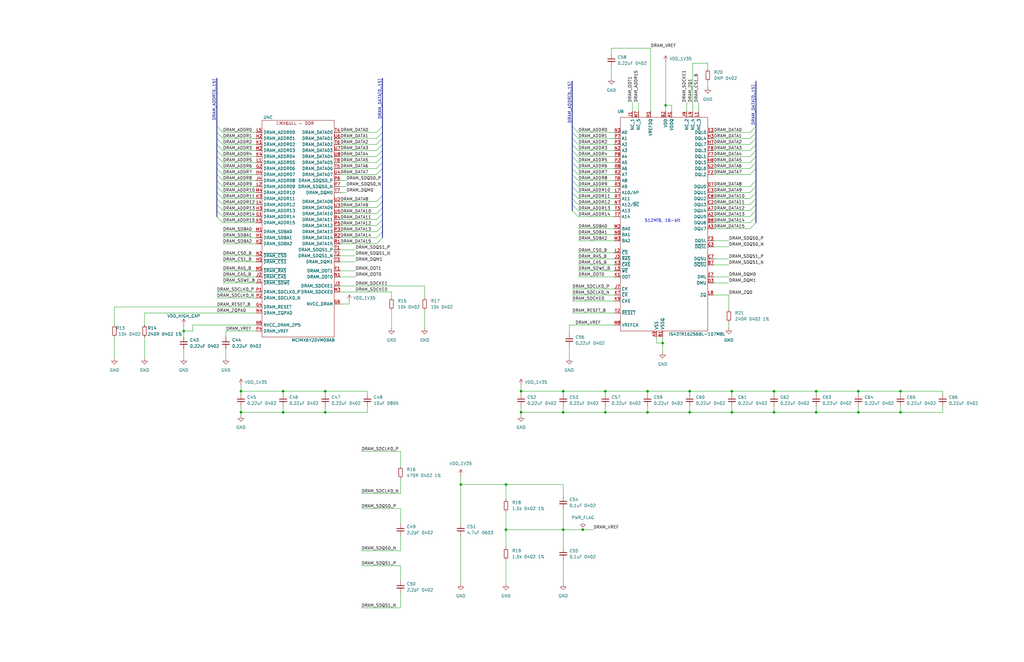
<source format=kicad_sch>
(kicad_sch (version 20211123) (generator eeschema)
  (paper "B")
  (title_block (title "catfood") (company "Ian Kilgore"))
  (lib_symbols
    (symbol "Device:C_Small" (pin_numbers hide) (pin_names (offset 0.254) hide)
      (property "Reference" "C" (at 0.254 1.778 0))
      (property "Value" "C_Small" (at 0.254 -2.032 0))
      (symbol "C_Small_1_1"
        (pin passive line (at 0 2.54 270) (length 2.032) (name "~") (number "1"))
        (pin passive line (at 0 -2.54 90) (length 2.032) (name "~") (number "2"))
      )
    )
    (symbol "Device:R_Small" (pin_numbers hide) (pin_names (offset 0.254) hide)
      (property "Reference" "R" (at 0.762 0.508 0))
      (property "Value" "R_Small" (at 0.762 -1.016 0))
      (symbol "R_Small_1_1"
        (pin passive line (at 0 2.54 270) (length 0.762) (name "~") (number "1"))
        (pin passive line (at 0 -2.54 90) (length 0.762) (name "~") (number "2"))
      )
    )
    (symbol "catfood:IS43TR16256BL-107MBL"
      (property "Reference" "U" (at 2.54 8.89 0))
      (property "Value" "IS43TR16256BL-107MBL" (at 36.83 -83.82 0))
      (symbol "IS43TR16256BL-107MBL_0_0"
        (pin power_in line (at 24.13 10.16 270) (length 2.54) (name "VDDQ") (number "A1"))
        (pin bidirectional line (at 41.91 -34.29 180) (length 2.54) (name "DQU5") (number "A2"))
        (pin bidirectional line (at 41.91 -39.37 180) (length 2.54) (name "DQU7") (number "A3"))
        (pin bidirectional line (at 41.91 -31.75 180) (length 2.54) (name "DQU4") (number "A7"))
        (pin passive line (at 24.13 10.16 270) (length 2.54) hide (name "VDDQ") (number "A8"))
        (pin power_in line (at 17.78 -85.09 90) (length 2.54) (name "VSS") (number "A9"))
        (pin power_in line (at 20.32 -85.09 90) (length 2.54) (name "VSSQ") (number "B1"))
        (pin power_in line (at 21.59 10.16 270) (length 2.54) (name "VDD") (number "B2"))
        (pin passive line (at 17.78 -85.09 90) (length 2.54) hide (name "VSS") (number "B3"))
        (pin passive line (at 41.91 -54.61 180) (length 2.54) (name "~{DQSU}") (number "B7"))
        (pin bidirectional line (at 41.91 -36.83 180) (length 2.54) (name "DQU6") (number "B8"))
        (pin passive line (at 20.32 -85.09 90) (length 2.54) hide (name "VSSQ") (number "B9"))
        (pin passive line (at 24.13 10.16 270) (length 2.54) hide (name "VDDQ") (number "C1"))
        (pin bidirectional line (at 41.91 -29.21 180) (length 2.54) (name "DQU3") (number "C2"))
        (pin bidirectional line (at 41.91 -24.13 180) (length 2.54) (name "DQU1") (number "C3"))
        (pin passive line (at 41.91 -52.07 180) (length 2.54) (name "DQSU") (number "C7"))
        (pin bidirectional line (at 41.91 -26.67 180) (length 2.54) (name "DQU2") (number "C8"))
        (pin passive line (at 24.13 10.16 270) (length 2.54) hide (name "VDDQ") (number "C9"))
        (pin passive line (at 20.32 -85.09 90) (length 2.54) hide (name "VSSQ") (number "D1"))
        (pin passive line (at 24.13 10.16 270) (length 2.54) hide (name "VDDQ") (number "D2"))
        (pin passive line (at 41.91 -62.23 180) (length 2.54) (name "DMU") (number "D3"))
        (pin bidirectional line (at 41.91 -21.59 180) (length 2.54) (name "DQU0") (number "D7"))
        (pin passive line (at 20.32 -85.09 90) (length 2.54) hide (name "VSSQ") (number "D8"))
        (pin passive line (at 21.59 10.16 270) (length 2.54) hide (name "VDD") (number "D9"))
        (pin passive line (at 17.78 -85.09 90) (length 2.54) hide (name "VSS") (number "E1"))
        (pin passive line (at 20.32 -85.09 90) (length 2.54) hide (name "VSSQ") (number "E2"))
        (pin bidirectional line (at 41.91 1.27 180) (length 2.54) (name "DQL0") (number "E3"))
        (pin passive line (at 41.91 -59.69 180) (length 2.54) (name "DML") (number "E7"))
        (pin passive line (at 20.32 -85.09 90) (length 2.54) hide (name "VSSQ") (number "E8"))
        (pin passive line (at 24.13 10.16 270) (length 2.54) hide (name "VDDQ") (number "E9"))
        (pin passive line (at 24.13 10.16 270) (length 2.54) hide (name "VDDQ") (number "F1"))
        (pin bidirectional line (at 41.91 -16.51 180) (length 2.54) (name "DQL2") (number "F2"))
        (pin passive line (at 41.91 -44.45 180) (length 2.54) (name "DQSL") (number "F3"))
        (pin bidirectional line (at 41.91 -8.89 180) (length 2.54) (name "DQL1") (number "F7"))
        (pin bidirectional line (at 41.91 -6.35 180) (length 2.54) (name "DQL3") (number "F8"))
        (pin passive line (at 20.32 -85.09 90) (length 2.54) hide (name "VSSQ") (number "F9"))
        (pin passive line (at 20.32 -85.09 90) (length 2.54) hide (name "VSSQ") (number "G1"))
        (pin bidirectional line (at 41.91 -13.97 180) (length 2.54) (name "DQL6") (number "G2"))
        (pin passive line (at 41.91 -46.99 180) (length 2.54) (name "~{DQSL}") (number "G3"))
        (pin passive line (at 21.59 10.16 270) (length 2.54) hide (name "VDD") (number "G7"))
        (pin passive line (at 17.78 -85.09 90) (length 2.54) hide (name "VSS") (number "G8"))
        (pin passive line (at 20.32 -85.09 90) (length 2.54) hide (name "VSSQ") (number "G9"))
        (pin passive line (at 15.24 10.16 270) (length 2.54) (name "VREFDQ") (number "H1"))
        (pin passive line (at 24.13 10.16 270) (length 2.54) hide (name "VDDQ") (number "H2"))
        (pin bidirectional line (at 41.91 -1.27 180) (length 2.54) (name "DQL4") (number "H3"))
        (pin bidirectional line (at 41.91 -3.81 180) (length 2.54) (name "DQL7") (number "H7"))
        (pin bidirectional line (at 41.91 -11.43 180) (length 2.54) (name "DQL5") (number "H8"))
        (pin passive line (at 24.13 10.16 270) (length 2.54) hide (name "VDDQ") (number "H9"))
        (pin passive line (at 7.62 10.16 270) (length 2.54) (name "NC_1") (number "J1"))
        (pin passive line (at 17.78 -85.09 90) (length 2.54) hide (name "VSS") (number "J2"))
        (pin input line (at 0 -52.07 0) (length 2.54) (name "~{RAS}") (number "J3"))
        (pin input line (at 0 -64.77 0) (length 2.54) (name "CK") (number "J7"))
        (pin passive line (at 17.78 -85.09 90) (length 2.54) hide (name "VSS") (number "J8"))
        (pin passive line (at 30.48 10.16 270) (length 2.54) (name "NC_2") (number "J9"))
        (pin passive line (at 0 -59.69 0) (length 2.54) (name "ODT") (number "K1"))
        (pin passive line (at 21.59 10.16 270) (length 2.54) hide (name "VDD") (number "K2"))
        (pin input line (at 0 -54.61 0) (length 2.54) (name "~{CAS}") (number "K3"))
        (pin input line (at 0 -67.31 0) (length 2.54) (name "~{CK}") (number "K7"))
        (pin passive line (at 21.59 10.16 270) (length 2.54) hide (name "VDD") (number "K8"))
        (pin input line (at 0 -69.85 0) (length 2.54) (name "CKE") (number "K9"))
        (pin passive line (at 35.56 10.16 270) (length 2.54) (name "NC_3") (number "L1"))
        (pin input line (at 0 -49.53 0) (length 2.54) (name "~{CS}") (number "L2"))
        (pin input line (at 0 -57.15 0) (length 2.54) (name "~{WE}") (number "L3"))
        (pin input line (at 0 -24.13 0) (length 2.54) (name "A10/AP") (number "L7"))
        (pin passive line (at 41.91 -67.31 180) (length 2.54) (name "ZQ") (number "L8"))
        (pin passive line (at 33.02 10.16 270) (length 2.54) (name "NC_4") (number "L9"))
        (pin passive line (at 17.78 -85.09 90) (length 2.54) hide (name "VSS") (number "M1"))
        (pin input line (at 0 -39.37 0) (length 2.54) (name "BA0") (number "M2"))
        (pin input line (at 0 -44.45 0) (length 2.54) (name "BA2") (number "M3"))
        (pin passive line (at 10.16 10.16 270) (length 2.54) (name "NC_5") (number "M7"))
        (pin passive line (at 0 -80.01 0) (length 2.54) (name "VREFCA") (number "M8"))
        (pin passive line (at 17.78 -85.09 90) (length 2.54) hide (name "VSS") (number "M9"))
        (pin passive line (at 21.59 10.16 270) (length 2.54) hide (name "VDD") (number "N1"))
        (pin input line (at 0 -6.35 0) (length 2.54) (name "A3") (number "N2"))
        (pin input line (at 0 1.27 0) (length 2.54) (name "A0") (number "N3"))
        (pin input line (at 0 -29.21 0) (length 2.54) (name "A12/~{BC}") (number "N7"))
        (pin input line (at 0 -41.91 0) (length 2.54) (name "BA1") (number "N8"))
        (pin passive line (at 21.59 10.16 270) (length 2.54) hide (name "VDD") (number "N9"))
        (pin passive line (at 17.78 -85.09 90) (length 2.54) hide (name "VSS") (number "P1"))
        (pin input line (at 0 -11.43 0) (length 2.54) (name "A5") (number "P2"))
        (pin input line (at 0 -3.81 0) (length 2.54) (name "A2") (number "P3"))
        (pin input line (at 0 -1.27 0) (length 2.54) (name "A1") (number "P7"))
        (pin input line (at 0 -8.89 0) (length 2.54) (name "A4") (number "P8"))
        (pin passive line (at 17.78 -85.09 90) (length 2.54) hide (name "VSS") (number "P9"))
        (pin passive line (at 21.59 10.16 270) (length 2.54) hide (name "VDD") (number "R1"))
        (pin input line (at 0 -16.51 0) (length 2.54) (name "A7") (number "R2"))
        (pin input line (at 0 -21.59 0) (length 2.54) (name "A9") (number "R3"))
        (pin input line (at 0 -26.67 0) (length 2.54) (name "A11") (number "R7"))
        (pin input line (at 0 -13.97 0) (length 2.54) (name "A6") (number "R8"))
        (pin passive line (at 21.59 10.16 270) (length 2.54) hide (name "VDD") (number "R9"))
        (pin passive line (at 17.78 -85.09 90) (length 2.54) hide (name "VSS") (number "T1"))
        (pin input line (at 0 -74.93 0) (length 2.54) (name "~{RESET}") (number "T2"))
        (pin input line (at 0 -31.75 0) (length 2.54) (name "A13") (number "T3"))
        (pin input line (at 0 -34.29 0) (length 2.54) (name "A14") (number "T7"))
        (pin input line (at 0 -19.05 0) (length 2.54) (name "A8") (number "T8"))
        (pin passive line (at 17.78 -85.09 90) (length 2.54) hide (name "VSS") (number "T9"))
      )
    )
    (symbol "catfood:MCIMX6YxxVMxxxx"
      (property "Reference" "U" (at -19.05 27.94 0))
      (property "Value" "MCIMX6YxxVMxxxx" (at 10.16 27.94 0))
      (symbol "MCIMX6YxxVMxxxx_1_0"
        (text "i.MX6ULL - Power" (at -1.27 25.4 0) (effects (font (size 1.27 1.27))))
        (pin passive line (at -17.78 -29.21 0) (length 2.54) hide (name "VSS") (number "A1"))
        (pin passive line (at -17.78 -29.21 0) (length 2.54) hide (name "VSS") (number "A17"))
        (pin power_in line (at -17.78 -29.21 0) (length 2.54) (name "VSS") (number "C11"))
        (pin passive line (at -17.78 -29.21 0) (length 2.54) hide (name "VSS") (number "C15"))
        (pin passive line (at -17.78 -29.21 0) (length 2.54) hide (name "VSS") (number "C3"))
        (pin passive line (at -17.78 -29.21 0) (length 2.54) hide (name "VSS") (number "C7"))
        (pin passive line (at -17.78 -29.21 0) (length 2.54) hide (name "VSS") (number "E11"))
        (pin passive line (at -17.78 -29.21 0) (length 2.54) hide (name "VSS") (number "E8"))
        (pin passive line (at -17.78 -29.21 0) (length 2.54) hide (name "VSS") (number "F10"))
        (pin passive line (at -17.78 -29.21 0) (length 2.54) hide (name "VSS") (number "F11"))
        (pin passive line (at -17.78 -29.21 0) (length 2.54) hide (name "VSS") (number "F12"))
        (pin passive line (at -17.78 -29.21 0) (length 2.54) hide (name "VSS") (number "F6"))
        (pin passive line (at -17.78 -29.21 0) (length 2.54) hide (name "VSS") (number "F7"))
        (pin passive line (at -17.78 -29.21 0) (length 2.54) hide (name "VSS") (number "F8"))
        (pin passive line (at -17.78 -29.21 0) (length 2.54) hide (name "VSS") (number "F9"))
        (pin passive line (at 17.78 19.05 180) (length 2.54) (name "VDD_ARM_CAP") (number "G10"))
        (pin passive line (at 17.78 19.05 180) (length 2.54) hide (name "VDD_ARM_CAP") (number "G11"))
        (pin passive line (at -17.78 -29.21 0) (length 2.54) hide (name "VSS") (number "G12"))
        (pin passive line (at -17.78 -29.21 0) (length 2.54) hide (name "VSS") (number "G15"))
        (pin passive line (at -17.78 -29.21 0) (length 2.54) hide (name "VSS") (number "G3"))
        (pin passive line (at -17.78 -29.21 0) (length 2.54) hide (name "VSS") (number "G5"))
        (pin passive line (at -17.78 -29.21 0) (length 2.54) hide (name "VSS") (number "G7"))
        (pin passive line (at 17.78 1.27 180) (length 2.54) (name "VDD_SOC_CAP") (number "G8"))
        (pin passive line (at 17.78 19.05 180) (length 2.54) hide (name "VDD_ARM_CAP") (number "G9"))
        (pin power_in line (at -17.78 19.05 0) (length 2.54) (name "VDD_SOC_IN") (number "H10"))
        (pin passive line (at 17.78 19.05 180) (length 2.54) hide (name "VDD_ARM_CAP") (number "H11"))
        (pin passive line (at -17.78 -29.21 0) (length 2.54) hide (name "VSS") (number "H12"))
        (pin passive line (at -17.78 -29.21 0) (length 2.54) hide (name "VSS") (number "H7"))
        (pin passive line (at 17.78 1.27 180) (length 2.54) hide (name "VDD_SOC_CAP") (number "H8"))
        (pin passive line (at -17.78 19.05 0) (length 2.54) hide (name "VDD_SOC_IN") (number "H9"))
        (pin passive line (at -17.78 19.05 0) (length 2.54) hide (name "VDD_SOC_IN") (number "J10"))
        (pin passive line (at 17.78 1.27 180) (length 2.54) hide (name "VDD_SOC_CAP") (number "J11"))
        (pin passive line (at -17.78 -29.21 0) (length 2.54) hide (name "VSS") (number "J12"))
        (pin passive line (at -17.78 -29.21 0) (length 2.54) hide (name "VSS") (number "J5"))
        (pin passive line (at -17.78 -29.21 0) (length 2.54) hide (name "VSS") (number "J7"))
        (pin passive line (at 17.78 1.27 180) (length 2.54) hide (name "VDD_SOC_CAP") (number "J8"))
        (pin passive line (at -17.78 19.05 0) (length 2.54) hide (name "VDD_SOC_IN") (number "J9"))
        (pin passive line (at -17.78 19.05 0) (length 2.54) hide (name "VDD_SOC_IN") (number "K10"))
        (pin passive line (at 17.78 1.27 180) (length 2.54) hide (name "VDD_SOC_CAP") (number "K11"))
        (pin passive line (at -17.78 -29.21 0) (length 2.54) hide (name "VSS") (number "K12"))
        (pin passive line (at -17.78 -29.21 0) (length 2.54) hide (name "VSS") (number "K7"))
        (pin passive line (at 17.78 1.27 180) (length 2.54) hide (name "VDD_SOC_CAP") (number "K8"))
        (pin passive line (at -17.78 19.05 0) (length 2.54) hide (name "VDD_SOC_IN") (number "K9"))
        (pin passive line (at 17.78 1.27 180) (length 2.54) hide (name "VDD_SOC_CAP") (number "L10"))
        (pin passive line (at 17.78 1.27 180) (length 2.54) hide (name "VDD_SOC_CAP") (number "L11"))
        (pin passive line (at -17.78 -29.21 0) (length 2.54) hide (name "VSS") (number "L12"))
        (pin passive line (at -17.78 -29.21 0) (length 2.54) hide (name "VSS") (number "L3"))
        (pin passive line (at -17.78 -29.21 0) (length 2.54) hide (name "VSS") (number "L7"))
        (pin passive line (at 17.78 1.27 180) (length 2.54) hide (name "VDD_SOC_CAP") (number "L8"))
        (pin passive line (at 17.78 1.27 180) (length 2.54) hide (name "VDD_SOC_CAP") (number "L9"))
        (pin passive line (at -17.78 -29.21 0) (length 2.54) hide (name "VSS") (number "M10"))
        (pin passive line (at -17.78 -29.21 0) (length 2.54) hide (name "VSS") (number "M11"))
        (pin power_in line (at -17.78 -26.67 0) (length 2.54) (name "NGND_KEL0") (number "M12"))
        (pin passive line (at -17.78 -29.21 0) (length 2.54) hide (name "VSS") (number "M7"))
        (pin passive line (at -17.78 -29.21 0) (length 2.54) hide (name "VSS") (number "M8"))
        (pin passive line (at -17.78 -29.21 0) (length 2.54) hide (name "VSS") (number "M9"))
        (pin passive line (at 17.78 -29.21 180) (length 2.54) (name "VDD_SNVS_CAP") (number "N12"))
        (pin power_in line (at -17.78 1.27 0) (length 2.54) (name "VDD_HIGH_IN") (number "N13"))
        (pin passive line (at -17.78 -29.21 0) (length 2.54) hide (name "VSS") (number "N3"))
        (pin passive line (at -17.78 -29.21 0) (length 2.54) hide (name "VSS") (number "N5"))
        (pin power_in line (at -17.78 -13.97 0) (length 2.54) (name "VDD_SNVS_IN") (number "P12"))
        (pin passive line (at 17.78 -24.13 180) (length 2.54) (name "NVCC_PLL") (number "P13"))
        (pin passive line (at -17.78 -29.21 0) (length 2.54) hide (name "VSS") (number "R11"))
        (pin passive line (at 17.78 -13.97 180) (length 2.54) (name "VDD_HIGH_CAP") (number "R14"))
        (pin passive line (at 17.78 -13.97 180) (length 2.54) hide (name "VDD_HIGH_CAP") (number "R15"))
        (pin passive line (at -17.78 -29.21 0) (length 2.54) hide (name "VSS") (number "R16"))
        (pin passive line (at -17.78 -29.21 0) (length 2.54) hide (name "VSS") (number "R17"))
        (pin passive line (at -17.78 -29.21 0) (length 2.54) hide (name "VSS") (number "R3"))
        (pin passive line (at -17.78 -29.21 0) (length 2.54) hide (name "VSS") (number "R5"))
        (pin passive line (at -17.78 -29.21 0) (length 2.54) hide (name "VSS") (number "R7"))
        (pin passive line (at -17.78 -29.21 0) (length 2.54) hide (name "VSS") (number "T14"))
        (pin passive line (at -17.78 -29.21 0) (length 2.54) hide (name "VSS") (number "U1"))
        (pin passive line (at -17.78 -29.21 0) (length 2.54) hide (name "VSS") (number "U14"))
        (pin passive line (at -17.78 -29.21 0) (length 2.54) hide (name "VSS") (number "U17"))
      )
      (symbol "MCIMX6YxxVMxxxx_2_0"
        (text "i.MX6ULL - Control" (at -3.81 24.13 0) (effects (font (size 1.27 1.27))))
        (pin output line (at 17.78 -55.88 180) (length 2.54) (name "UART5_TX_DATA") (number "F17"))
        (pin input line (at 17.78 -58.42 180) (length 2.54) (name "UART5_RX_DATA") (number "G13"))
        (pin input line (at 17.78 -40.64 180) (length 2.54) (name "~{UART3_RTS}") (number "G14"))
        (pin input line (at 17.78 -50.8 180) (length 2.54) (name "UART4_RX_DATA") (number "G16"))
        (pin output line (at 17.78 -48.26 180) (length 2.54) (name "UART4_TX_DATA") (number "G17"))
        (pin passive line (at 17.78 -5.08 180) (length 2.54) (name "NVCC_UART") (number "H13"))
        (pin input line (at 17.78 -27.94 180) (length 2.54) (name "~{UART2_RTS}") (number "H14"))
        (pin output line (at 17.78 -43.18 180) (length 2.54) (name "~{UART3_CTS}") (number "H15"))
        (pin input line (at 17.78 -38.1 180) (length 2.54) (name "UART3_RX_DATA") (number "H16"))
        (pin output line (at 17.78 -35.56 180) (length 2.54) (name "UART3_TX_DATA") (number "H17"))
        (pin input line (at 17.78 -15.24 180) (length 2.54) (name "~{UART1_RTS}") (number "J14"))
        (pin output line (at 17.78 -30.48 180) (length 2.54) (name "~{UART2_CTS}") (number "J15"))
        (pin input line (at 17.78 -25.4 180) (length 2.54) (name "UART2_RX_DATA") (number "J16"))
        (pin output line (at 17.78 -22.86 180) (length 2.54) (name "UART2_TX_DATA") (number "J17"))
        (pin output line (at 17.78 -10.16 180) (length 2.54) (name "UART1_TX_DATA") (number "K14"))
        (pin output line (at 17.78 -17.78 180) (length 2.54) (name "~{UART1_CTS}") (number "K15"))
        (pin input line (at 17.78 -12.7 180) (length 2.54) (name "UART1_RX_DATA") (number "K16"))
        (pin passive line (at 17.78 22.86 180) (length 2.54) (name "JTAG_TCK") (number "M14"))
        (pin passive line (at -22.86 -15.24 0) (length 2.54) (name "SNVS_TAMPER7") (number "N10"))
        (pin passive line (at -22.86 -12.7 0) (length 2.54) (name "SNVS_TAMPER6") (number "N11"))
        (pin passive line (at 17.78 12.7 180) (length 2.54) (name "~{JTAG_TRST}") (number "N14"))
        (pin passive line (at 17.78 15.24 180) (length 2.54) (name "JTAG_TDO") (number "N15"))
        (pin passive line (at 17.78 17.78 180) (length 2.54) (name "JTAG_TDI") (number "N16"))
        (pin passive line (at -22.86 7.62 0) (length 2.54) (name "TEST_MODE") (number "N7"))
        (pin passive line (at -22.86 -10.16 0) (length 2.54) (name "SNVS_TAMPER5") (number "N8"))
        (pin passive line (at -22.86 -17.78 0) (length 2.54) (name "SNVS_TAMPER8") (number "N9"))
        (pin passive line (at -22.86 -5.08 0) (length 2.54) (name "SNVS_TAMPER3") (number "P10"))
        (pin passive line (at -22.86 -2.54 0) (length 2.54) (name "SNVS_TAMPER2") (number "P11"))
        (pin passive line (at 17.78 20.32 180) (length 2.54) (name "JTAG_TMS") (number "P14"))
        (pin passive line (at 17.78 10.16 180) (length 2.54) (name "JTAG_MOD") (number "P15"))
        (pin passive line (at 17.78 3.81 180) (length 2.54) (name "CCM_CLK1_N") (number "P16"))
        (pin passive line (at 17.78 1.27 180) (length 2.54) (name "CCM_CLK1_P") (number "P17"))
        (pin input line (at -22.86 20.32 0) (length 2.54) (name "~{POR}") (number "P8"))
        (pin passive line (at -22.86 -7.62 0) (length 2.54) (name "SNVS_TAMPER4") (number "P9"))
        (pin passive line (at -22.86 2.54 0) (length 2.54) (name "SNVS_TAMPER0") (number "R10"))
        (pin passive line (at -22.86 -54.61 0) (length 2.54) (name "GPANAIO") (number "R13"))
        (pin passive line (at -22.86 -20.32 0) (length 2.54) (name "SNVS_TAMPER9") (number "R6"))
        (pin input line (at -22.86 22.86 0) (length 2.54) (name "ONOFF") (number "R8"))
        (pin passive line (at -22.86 0 0) (length 2.54) (name "SNVS_TAMPER1") (number "R9"))
        (pin input line (at -22.86 12.7 0) (length 2.54) (name "BOOT_MODE0") (number "T10"))
        (pin passive line (at -22.86 -44.45 0) (length 2.54) (name "RTC_XTALI") (number "T11"))
        (pin passive line (at -22.86 -36.83 0) (length 2.54) (name "XTALI") (number "T16"))
        (pin passive line (at -22.86 -39.37 0) (length 2.54) (name "XTALO") (number "T17"))
        (pin passive line (at -22.86 -29.21 0) (length 2.54) (name "SNVS_PMIC_ON_REQ") (number "T9"))
        (pin input line (at -22.86 10.16 0) (length 2.54) (name "BOOT_MODE1") (number "U10"))
        (pin passive line (at -22.86 -46.99 0) (length 2.54) (name "RTC_XTALO") (number "U11"))
        (pin output line (at -22.86 -26.67 0) (length 2.54) (name "CCM_PMIC_STBY_REQ") (number "U9"))
      )
      (symbol "MCIMX6YxxVMxxxx_3_0"
        (text "i.MX6ULL - DDR" (at -1.27 25.4 0) (effects (font (size 1.27 1.27))))
        (pin output line (at 17.78 -36.83 180) (length 2.54) (name "DRAM_ODT1") (number "F1"))
        (pin output line (at -17.78 -13.97 0) (length 2.54) (name "DRAM_ADDR14") (number "G1"))
        (pin output line (at -17.78 6.35 0) (length 2.54) (name "DRAM_ADDR06") (number "G2"))
        (pin output line (at -17.78 -52.07 0) (length 2.54) (name "DRAM_RESET") (number "G4"))
        (pin power_in line (at 17.78 -50.8 180) (length 2.54) (name "NVCC_DRAM") (number "G6"))
        (pin output line (at -17.78 -22.86 0) (length 2.54) (name "DRAM_SDBA1") (number "H1"))
        (pin output line (at -17.78 19.05 0) (length 2.54) (name "DRAM_ADDR01") (number "H2"))
        (pin output line (at -17.78 -11.43 0) (length 2.54) (name "DRAM_ADDR13") (number "H3"))
        (pin output line (at -17.78 3.81 0) (length 2.54) (name "DRAM_ADDR07") (number "H4"))
        (pin output line (at -17.78 -33.02 0) (length 2.54) (name "~{DRAM_CS1}") (number "H5"))
        (pin passive line (at 17.78 -50.8 180) (length 2.54) hide (name "NVCC_DRAM") (number "H6"))
        (pin output line (at -17.78 -41.91 0) (length 2.54) (name "~{DRAM_SDWE}") (number "J1"))
        (pin output line (at -17.78 -39.37 0) (length 2.54) (name "~{DRAM_CAS}") (number "J2"))
        (pin output line (at 17.78 -43.18 180) (length 2.54) (name "DRAM_SDCKE1") (number "J3"))
        (pin output line (at -17.78 1.27 0) (length 2.54) (name "DRAM_ADDR08") (number "J4"))
        (pin passive line (at 17.78 -50.8 180) (length 2.54) hide (name "NVCC_DRAM") (number "J6"))
        (pin output line (at -17.78 16.51 0) (length 2.54) (name "DRAM_ADDR02") (number "K1"))
        (pin output line (at -17.78 -25.4 0) (length 2.54) (name "DRAM_SDBA2") (number "K2"))
        (pin output line (at -17.78 -6.35 0) (length 2.54) (name "DRAM_ADDR11") (number "K3"))
        (pin output line (at -17.78 11.43 0) (length 2.54) (name "DRAM_ADDR04") (number "K4"))
        (pin output line (at -17.78 -16.51 0) (length 2.54) (name "DRAM_ADDR15") (number "K5"))
        (pin passive line (at 17.78 -50.8 180) (length 2.54) hide (name "NVCC_DRAM") (number "K6"))
        (pin output line (at -17.78 8.89 0) (length 2.54) (name "DRAM_ADDR05") (number "L1"))
        (pin output line (at -17.78 -1.27 0) (length 2.54) (name "DRAM_ADDR09") (number "L2"))
        (pin output line (at -17.78 -8.89 0) (length 2.54) (name "DRAM_ADDR12") (number "L4"))
        (pin output line (at -17.78 21.59 0) (length 2.54) (name "DRAM_ADDR00") (number "L5"))
        (pin passive line (at 17.78 -50.8 180) (length 2.54) hide (name "NVCC_DRAM") (number "L6"))
        (pin output line (at -17.78 -20.32 0) (length 2.54) (name "DRAM_SDBA0") (number "M1"))
        (pin output line (at -17.78 13.97 0) (length 2.54) (name "DRAM_ADDR03") (number "M2"))
        (pin output line (at 17.78 -45.72 180) (length 2.54) (name "DRAM_SDCKE0") (number "M3"))
        (pin output line (at -17.78 -3.81 0) (length 2.54) (name "DRAM_ADDR10") (number "M4"))
        (pin output line (at -17.78 -36.83 0) (length 2.54) (name "~{DRAM_RAS}") (number "M5"))
        (pin passive line (at 17.78 -50.8 180) (length 2.54) hide (name "NVCC_DRAM") (number "M6"))
        (pin output line (at 17.78 -39.37 180) (length 2.54) (name "DRAM_ODT0") (number "N1"))
        (pin output line (at -17.78 -30.48 0) (length 2.54) (name "~{DRAM_CS0}") (number "N2"))
        (pin input line (at -17.78 -54.61 0) (length 2.54) (name "DRAM_ZQPAD") (number "N4"))
        (pin power_in line (at -17.78 -59.69 0) (length 2.54) (name "NVCC_DRAM_2P5") (number "N6"))
        (pin input line (at -17.78 -45.72 0) (length 2.54) (name "DRAM_SDCLK0_P") (number "P1"))
        (pin input line (at -17.78 -48.26 0) (length 2.54) (name "DRAM_SDCLK0_N") (number "P2"))
        (pin bidirectional line (at 17.78 -20.32 180) (length 2.54) (name "DRAM_DATA13") (number "P3"))
        (pin power_in line (at -17.78 -62.23 0) (length 2.54) (name "DRAM_VREF") (number "P4"))
        (pin bidirectional line (at 17.78 -17.78 180) (length 2.54) (name "DRAM_DATA12") (number "P5"))
        (pin input line (at 17.78 1.27 180) (length 2.54) (name "DRAM_SDQS0_P") (number "P6"))
        (pin input line (at 17.78 -1.27 180) (length 2.54) (name "DRAM_SDQS0_N") (number "P7"))
        (pin bidirectional line (at 17.78 -25.4 180) (length 2.54) (name "DRAM_DATA15") (number "R1"))
        (pin bidirectional line (at 17.78 -22.86 180) (length 2.54) (name "DRAM_DATA14") (number "R2"))
        (pin bidirectional line (at 17.78 -15.24 180) (length 2.54) (name "DRAM_DATA11") (number "R4"))
        (pin input line (at 17.78 -27.94 180) (length 2.54) (name "DRAM_SDQS1_P") (number "T1"))
        (pin input line (at 17.78 -30.48 180) (length 2.54) (name "DRAM_SDQS1_N") (number "T2"))
        (pin output line (at 17.78 -33.02 180) (length 2.54) (name "DRAM_DQM1") (number "T3"))
        (pin bidirectional line (at 17.78 21.59 180) (length 2.54) (name "DRAM_DATA00") (number "T4"))
        (pin bidirectional line (at 17.78 6.35 180) (length 2.54) (name "DRAM_DATA06") (number "T5"))
        (pin bidirectional line (at 17.78 16.51 180) (length 2.54) (name "DRAM_DATA02") (number "T6"))
        (pin output line (at 17.78 -3.81 180) (length 2.54) (name "DRAM_DQM0") (number "T7"))
        (pin bidirectional line (at 17.78 8.89 180) (length 2.54) (name "DRAM_DATA05") (number "T8"))
        (pin bidirectional line (at 17.78 -7.62 180) (length 2.54) (name "DRAM_DATA08") (number "U2"))
        (pin bidirectional line (at 17.78 -10.16 180) (length 2.54) (name "DRAM_DATA09") (number "U3"))
        (pin bidirectional line (at 17.78 3.81 180) (length 2.54) (name "DRAM_DATA07") (number "U4"))
        (pin bidirectional line (at 17.78 -12.7 180) (length 2.54) (name "DRAM_DATA10") (number "U5"))
        (pin bidirectional line (at 17.78 19.05 180) (length 2.54) (name "DRAM_DATA01") (number "U6"))
        (pin bidirectional line (at 17.78 13.97 180) (length 2.54) (name "DRAM_DATA03") (number "U7"))
        (pin bidirectional line (at 17.78 11.43 180) (length 2.54) (name "DRAM_DATA04") (number "U8"))
      )
      (symbol "MCIMX6YxxVMxxxx_4_0"
        (text "i.MX6ULL - LCD" (at -1.27 25.4 0) (effects (font (size 1.27 1.27))))
        (pin output line (at 17.78 6.35 180) (length 2.54) (name "LCD_DATA06") (number "A10"))
        (pin output line (at 17.78 -1.27 180) (length 2.54) (name "LCD_DATA09") (number "A11"))
        (pin output line (at 17.78 -13.97 180) (length 2.54) (name "LCD_DATA14") (number "A12"))
        (pin output line (at 17.78 -24.13 180) (length 2.54) (name "LCD_DATA18") (number "A13"))
        (pin output line (at 17.78 -34.29 180) (length 2.54) (name "LCD_DATA22") (number "A14"))
        (pin output line (at -17.78 15.24 0) (length 2.54) (name "LCD_CLK") (number "A8"))
        (pin output line (at 17.78 19.05 180) (length 2.54) (name "LCD_DATA01") (number "A9"))
        (pin output line (at 17.78 8.89 180) (length 2.54) (name "LCD_DATA05") (number "B10"))
        (pin output line (at 17.78 1.27 180) (length 2.54) (name "LCD_DATA08") (number "B11"))
        (pin output line (at 17.78 -11.43 180) (length 2.54) (name "LCD_DATA13") (number "B12"))
        (pin output line (at 17.78 -21.59 180) (length 2.54) (name "LCD_DATA17") (number "B13"))
        (pin output line (at 17.78 -31.75 180) (length 2.54) (name "LCD_DATA21") (number "B14"))
        (pin output line (at 17.78 -36.83 180) (length 2.54) (name "LCD_DATA23") (number "B16"))
        (pin output line (at -17.78 12.7 0) (length 2.54) (name "LCD_ENABLE") (number "B8"))
        (pin output line (at 17.78 21.59 180) (length 2.54) (name "LCD_DATA00") (number "B9"))
        (pin output line (at 17.78 11.43 180) (length 2.54) (name "LCD_DATA04") (number "C10"))
        (pin output line (at 17.78 -8.89 180) (length 2.54) (name "LCD_DATA12") (number "C12"))
        (pin output line (at 17.78 -19.05 180) (length 2.54) (name "LCD_DATA16") (number "C13"))
        (pin output line (at 17.78 -29.21 180) (length 2.54) (name "LCD_DATA20") (number "C14"))
        (pin output line (at -17.78 7.62 0) (length 2.54) (name "LCD_VSYNC") (number "C9"))
        (pin output line (at 17.78 13.97 180) (length 2.54) (name "LCD_DATA03") (number "D10"))
        (pin output line (at 17.78 3.81 180) (length 2.54) (name "LCD_DATA07") (number "D11"))
        (pin output line (at 17.78 -6.35 180) (length 2.54) (name "LCD_DATA11") (number "D12"))
        (pin output line (at 17.78 -16.51 180) (length 2.54) (name "LCD_DATA15") (number "D13"))
        (pin output line (at 17.78 -26.67 180) (length 2.54) (name "LCD_DATA19") (number "D14"))
        (pin output line (at -17.78 10.16 0) (length 2.54) (name "LCD_HSYNC") (number "D9"))
        (pin output line (at 17.78 16.51 180) (length 2.54) (name "LCD_DATA02") (number "E10"))
        (pin output line (at 17.78 -3.81 180) (length 2.54) (name "LCD_DATA10") (number "E12"))
        (pin power_in line (at -17.78 21.59 0) (length 2.54) (name "NVCC_LCD") (number "E13"))
        (pin output line (at -17.78 5.08 0) (length 2.54) (name "LCD_RESET") (number "E9"))
      )
      (symbol "MCIMX6YxxVMxxxx_5_0"
        (text "i.MX6ULL - CSI" (at -1.27 25.4 0) (effects (font (size 1.27 1.27))))
        (pin bidirectional line (at 17.78 -8.89 180) (length 2.54) (name "CSI_DATA07") (number "D1"))
        (pin bidirectional line (at 17.78 -6.35 180) (length 2.54) (name "CSI_DATA06") (number "D2"))
        (pin bidirectional line (at 17.78 -3.81 180) (length 2.54) (name "CSI_DATA05") (number "D3"))
        (pin bidirectional line (at 17.78 -1.27 180) (length 2.54) (name "CSI_DATA04") (number "D4"))
        (pin bidirectional line (at 17.78 1.27 180) (length 2.54) (name "CSI_DATA03") (number "E1"))
        (pin bidirectional line (at 17.78 3.81 180) (length 2.54) (name "CSI_DATA02") (number "E2"))
        (pin bidirectional line (at 17.78 6.35 180) (length 2.54) (name "CSI_DATA01") (number "E3"))
        (pin bidirectional line (at 17.78 8.89 180) (length 2.54) (name "CSI_DATA00") (number "E4"))
        (pin bidirectional line (at 17.78 19.05 180) (length 2.54) (name "CSI_PIXCLK") (number "E5"))
        (pin bidirectional line (at 17.78 15.24 180) (length 2.54) (name "CSI_VSYNC") (number "F2"))
        (pin bidirectional line (at 17.78 12.7 180) (length 2.54) (name "CSI_HSYNC") (number "F3"))
        (pin power_in line (at -17.78 21.59 0) (length 2.54) (name "NVCC_CSI") (number "F4"))
        (pin bidirectional line (at 17.78 21.59 180) (length 2.54) (name "CSI_MCLK") (number "F5"))
      )
      (symbol "MCIMX6YxxVMxxxx_6_0"
        (text "i.MX6ULL - USB" (at -1.27 25.4 0) (effects (font (size 1.27 1.27))))
        (pin passive line (at 20.32 7.62 180) (length 2.54) (name "VDD_USB_CAP") (number "R12"))
        (pin power_in line (at -17.78 19.05 0) (length 2.54) (name "USB_OTG1_VBUS") (number "T12"))
        (pin bidirectional line (at 20.32 1.27 180) (length 2.54) (name "USB_OTG2_DN") (number "T13"))
        (pin bidirectional line (at 20.32 19.05 180) (length 2.54) (name "USB_OTG1_DN") (number "T15"))
        (pin power_in line (at -17.78 1.27 0) (length 2.54) (name "USB2_OTG2_VBUS") (number "U12"))
        (pin bidirectional line (at 20.32 -1.27 180) (length 2.54) (name "USB_OTG2_DP") (number "U13"))
        (pin bidirectional line (at 20.32 16.51 180) (length 2.54) (name "USB_OTG1_DP") (number "U15"))
        (pin bidirectional line (at 20.32 13.97 180) (length 2.54) (name "~{USB_OTG1_CHD}") (number "U16"))
      )
      (symbol "MCIMX6YxxVMxxxx_7_0"
        (text "i.MX6ULL - ADC" (at -1.27 25.4 0) (effects (font (size 1.27 1.27))))
        (pin power_in line (at -17.78 21.59 0) (length 2.54) (name "VDDA_ADC_3P3") (number "L13"))
        (pin power_in line (at -17.78 19.05 0) (length 2.54) (name "ADC_VREFH") (number "M13"))
      )
      (symbol "MCIMX6YxxVMxxxx_8_0"
        (text "i.MX6ULL - Ethernet" (at -1.27 25.4 0) (effects (font (size 1.27 1.27))))
        (pin bidirectional line (at 17.78 -5.08 180) (length 2.54) (name "ENET2_TX_DATA0") (number "A15"))
        (pin bidirectional line (at 17.78 -7.62 180) (length 2.54) (name "ENET2_TX_DATA1") (number "A16"))
        (pin bidirectional line (at 17.78 -10.16 180) (length 2.54) (name "ENET2_TX_EN") (number "B15"))
        (pin bidirectional line (at 17.78 -22.86 180) (length 2.54) (name "ENET2_RX_EN") (number "B17"))
        (pin bidirectional line (at 17.78 -17.78 180) (length 2.54) (name "ENET2_RX_DATA1") (number "C16"))
        (pin bidirectional line (at 17.78 -15.24 180) (length 2.54) (name "ENET2_RX_DATA0") (number "C17"))
        (pin bidirectional line (at 17.78 6.35 180) (length 2.54) (name "ENET1_RX_ER") (number "D15"))
        (pin bidirectional line (at 17.78 -20.32 180) (length 2.54) (name "ENET2_RX_ER") (number "D16"))
        (pin bidirectional line (at 17.78 -12.7 180) (length 2.54) (name "ENET2_TX_CLK") (number "D17"))
        (pin bidirectional line (at 17.78 19.05 180) (length 2.54) (name "ENET1_TX_DATA1") (number "E14"))
        (pin bidirectional line (at 17.78 21.59 180) (length 2.54) (name "ENET1_TX_DATA0") (number "E15"))
        (pin bidirectional line (at 17.78 3.81 180) (length 2.54) (name "ENET1_RX_EN") (number "E16"))
        (pin bidirectional line (at 17.78 8.89 180) (length 2.54) (name "ENET1_RX_DATA1") (number "E17"))
        (pin power_in line (at -17.78 21.59 0) (length 2.54) (name "NVCC_ENET") (number "F13"))
        (pin bidirectional line (at 17.78 13.97 180) (length 2.54) (name "ENET1_TX_CLK") (number "F14"))
        (pin bidirectional line (at 17.78 16.51 180) (length 2.54) (name "ENET1_TX_EN") (number "F15"))
        (pin bidirectional line (at 17.78 11.43 180) (length 2.54) (name "ENET1_RX_DATA0") (number "F16"))
      )
      (symbol "MCIMX6YxxVMxxxx_9_0"
        (text "i.MX6ULL - SD" (at -1.27 25.4 0) (effects (font (size 1.27 1.27))))
        (pin bidirectional line (at 17.78 6.35 180) (length 2.54) (name "SD1_DATA3") (number "A2"))
        (pin bidirectional line (at 17.78 8.89 180) (length 2.54) (name "SD1_DATA2") (number "B1"))
        (pin bidirectional line (at 17.78 11.43 180) (length 2.54) (name "SD1_DATA1") (number "B2"))
        (pin bidirectional line (at 17.78 13.97 180) (length 2.54) (name "SD1_DATA0") (number "B3"))
        (pin bidirectional line (at 17.78 21.59 180) (length 2.54) (name "SD1_CLK") (number "C1"))
        (pin bidirectional line (at 17.78 19.05 180) (length 2.54) (name "SD1_CMD") (number "C2"))
        (pin power_in line (at -17.78 21.59 0) (length 2.54) (name "NVCC_SD1") (number "C4"))
      )
      (symbol "MCIMX6YxxVMxxxx_10_0"
        (text "i.MX6ULL - NAND" (at -1.27 25.4 0) (effects (font (size 1.27 1.27))))
        (pin bidirectional line (at 17.78 1.27 180) (length 2.54) (name "~{NAND_READY}") (number "A3"))
        (pin bidirectional line (at 17.78 11.43 180) (length 2.54) (name "NAND_CLE") (number "A4"))
        (pin bidirectional line (at 17.78 -24.13 180) (length 2.54) (name "NAND_DATA07") (number "A5"))
        (pin bidirectional line (at 17.78 -21.59 180) (length 2.54) (name "NAND_DATA06") (number "A6"))
        (pin bidirectional line (at 17.78 -11.43 180) (length 2.54) (name "NAND_DATA02") (number "A7"))
        (pin bidirectional line (at 17.78 13.97 180) (length 2.54) (name "NAND_ALE") (number "B4"))
        (pin output line (at 17.78 19.05 180) (length 2.54) (name "~{NAND_CE1}") (number "B5"))
        (pin bidirectional line (at 17.78 -19.05 180) (length 2.54) (name "NAND_DATA05") (number "B6"))
        (pin bidirectional line (at 17.78 -8.89 180) (length 2.54) (name "NAND_DATA01") (number "B7"))
        (pin output line (at 17.78 21.59 180) (length 2.54) (name "~{NAND_CE0}") (number "C5"))
        (pin bidirectional line (at 17.78 -16.51 180) (length 2.54) (name "NAND_DATA04") (number "C6"))
        (pin bidirectional line (at 17.78 6.35 180) (length 2.54) (name "~{NAND_WE}") (number "C8"))
        (pin bidirectional line (at 17.78 3.81 180) (length 2.54) (name "~{NAND_WP}") (number "D5"))
        (pin bidirectional line (at 17.78 -13.97 180) (length 2.54) (name "NAND_DATA03") (number "D6"))
        (pin bidirectional line (at 17.78 -6.35 180) (length 2.54) (name "NAND_DATA00") (number "D7"))
        (pin bidirectional line (at 17.78 8.89 180) (length 2.54) (name "~{NAND_RE}") (number "D8"))
        (pin bidirectional line (at 17.78 -1.27 180) (length 2.54) (name "NAND_DQS") (number "E6"))
        (pin power_in line (at -17.78 21.59 0) (length 2.54) (name "NVCC_NAND") (number "E7"))
      )
      (symbol "MCIMX6YxxVMxxxx_11_0"
        (text "i.MX6ULL - GPIO" (at -1.27 25.4 0) (effects (font (size 1.27 1.27))))
        (pin power_in line (at -17.78 21.59 0) (length 2.54) (name "NVCC_GPIO") (number "J13"))
        (pin bidirectional line (at 17.78 21.59 180) (length 2.54) (name "GPIO1_IO00") (number "K13"))
        (pin bidirectional line (at 17.78 6.35 180) (length 2.54) (name "GPIO1_IO06") (number "K17"))
        (pin bidirectional line (at 17.78 16.51 180) (length 2.54) (name "GPIO1_IO02") (number "L14"))
        (pin bidirectional line (at 17.78 19.05 180) (length 2.54) (name "GPIO1_IO01") (number "L15"))
        (pin bidirectional line (at 17.78 3.81 180) (length 2.54) (name "GPOI1_IO07") (number "L16"))
        (pin bidirectional line (at 17.78 13.97 180) (length 2.54) (name "GPIO1_IO03") (number "L17"))
        (pin bidirectional line (at 17.78 -1.27 180) (length 2.54) (name "GPIO1_IO09") (number "M15"))
        (pin bidirectional line (at 17.78 11.43 180) (length 2.54) (name "GPIO1_IO04") (number "M16"))
        (pin bidirectional line (at 17.78 8.89 180) (length 2.54) (name "GPIO1_IO05") (number "M17"))
        (pin bidirectional line (at 17.78 1.27 180) (length 2.54) (name "GPIO1_IO08") (number "N17"))
      )
    )
    (symbol "catfood:VDD_1V35" (power) (pin_names (offset 0))
      (property "Value" "VDD_1V35" (at 0 5.08 0))
      (symbol "VDD_1V35_1_1"
        (pin power_in line (at 0 0 90) (length 0) hide (name "VDD_1V35") (number "1"))
      )
    )
    (symbol "catfood:VDD_HIGH_CAP" (power) (pin_names (offset 0))
      (property "Value" "VDD_HIGH_CAP" (at 0 5.08 0))
      (symbol "VDD_HIGH_CAP_1_1"
        (pin power_in line (at 0 0 90) (length 0) hide (name "VDD_HIGH_CAP") (number "1"))
      )
    )
    (symbol "power:GND" (power) (pin_names (offset 0))
      (property "Value" "GND" (at 0 -3.81 0))
      (symbol "GND_1_1"
        (pin power_in line (at 0 0 270) (length 0) hide (name "GND") (number "1"))
      )
    )
    (symbol "power:PWR_FLAG" (power) (pin_numbers hide) (pin_names (offset 0) hide)
      (property "Value" "PWR_FLAG" (at 0 3.81 0))
      (symbol "PWR_FLAG_0_0"
        (pin power_out line (at 0 0 90) (length 0) (name "pwr") (number "1"))
      )
    )
  )
  (junction (at 273.05 165.1))
  (junction (at 273.05 173.99))
  (junction (at 237.49 173.99))
  (junction (at 119.38 165.1))
  (junction (at 344.17 165.1))
  (junction (at 194.31 204.47))
  (junction (at 255.27 173.99))
  (junction (at 326.39 165.1))
  (junction (at 308.61 165.1))
  (junction (at 237.49 165.1))
  (junction (at 290.83 165.1))
  (junction (at 213.36 204.47))
  (junction (at 137.16 165.1))
  (junction (at 255.27 165.1))
  (junction (at 279.4 144.78))
  (junction (at 219.71 165.1))
  (junction (at 379.73 173.99))
  (junction (at 219.71 173.99))
  (junction (at 280.67 44.45))
  (junction (at 101.6 173.99))
  (junction (at 101.6 165.1))
  (junction (at 137.16 173.99))
  (junction (at 119.38 173.99))
  (junction (at 237.49 223.52))
  (junction (at 361.95 173.99))
  (junction (at 326.39 173.99))
  (junction (at 213.36 223.52))
  (junction (at 344.17 173.99))
  (junction (at 361.95 165.1))
  (junction (at 290.83 173.99))
  (junction (at 379.73 165.1))
  (junction (at 77.47 139.7))
  (junction (at 245.745 223.52))
  (junction (at 308.61 173.99))
  (bus_entry (at 91.44 78.74) (size 2.54 2.54))
  (bus_entry (at 241.3 71.12) (size 2.54 2.54))
  (bus_entry (at 161.29 87.63) (size -2.54 2.54))
  (bus_entry (at 161.29 90.17) (size -2.54 2.54))
  (bus_entry (at 318.77 63.5) (size -2.54 2.54))
  (bus_entry (at 91.44 76.2) (size 2.54 2.54))
  (bus_entry (at 318.77 83.82) (size -2.54 2.54))
  (bus_entry (at 161.29 85.09) (size -2.54 2.54))
  (bus_entry (at 318.77 78.74) (size -2.54 2.54))
  (bus_entry (at 241.3 58.42) (size 2.54 2.54))
  (bus_entry (at 91.44 66.04) (size 2.54 2.54))
  (bus_entry (at 241.3 86.36) (size 2.54 2.54))
  (bus_entry (at 91.44 86.36) (size 2.54 2.54))
  (bus_entry (at 318.77 68.58) (size -2.54 2.54))
  (bus_entry (at 91.44 60.96) (size 2.54 2.54))
  (bus_entry (at 318.77 88.9) (size -2.54 2.54))
  (bus_entry (at 161.29 95.25) (size -2.54 2.54))
  (bus_entry (at 241.3 66.04) (size 2.54 2.54))
  (bus_entry (at 241.3 73.66) (size 2.54 2.54))
  (bus_entry (at 161.29 63.5) (size -2.54 2.54))
  (bus_entry (at 161.29 66.04) (size -2.54 2.54))
  (bus_entry (at 91.44 71.12) (size 2.54 2.54))
  (bus_entry (at 91.44 73.66) (size 2.54 2.54))
  (bus_entry (at 241.3 78.74) (size 2.54 2.54))
  (bus_entry (at 161.29 58.42) (size -2.54 2.54))
  (bus_entry (at 161.29 53.34) (size -2.54 2.54))
  (bus_entry (at 241.3 60.96) (size 2.54 2.54))
  (bus_entry (at 91.44 58.42) (size 2.54 2.54))
  (bus_entry (at 161.29 92.71) (size -2.54 2.54))
  (bus_entry (at 161.29 68.58) (size -2.54 2.54))
  (bus_entry (at 91.44 55.88) (size 2.54 2.54))
  (bus_entry (at 318.77 71.12) (size -2.54 2.54))
  (bus_entry (at 318.77 81.28) (size -2.54 2.54))
  (bus_entry (at 161.29 82.55) (size -2.54 2.54))
  (bus_entry (at 161.29 55.88) (size -2.54 2.54))
  (bus_entry (at 91.44 63.5) (size 2.54 2.54))
  (bus_entry (at 318.77 93.98) (size -2.54 2.54))
  (bus_entry (at 318.77 60.96) (size -2.54 2.54))
  (bus_entry (at 241.3 83.82) (size 2.54 2.54))
  (bus_entry (at 318.77 91.44) (size -2.54 2.54))
  (bus_entry (at 241.3 76.2) (size 2.54 2.54))
  (bus_entry (at 91.44 68.58) (size 2.54 2.54))
  (bus_entry (at 241.3 81.28) (size 2.54 2.54))
  (bus_entry (at 318.77 58.42) (size -2.54 2.54))
  (bus_entry (at 161.29 71.12) (size -2.54 2.54))
  (bus_entry (at 161.29 60.96) (size -2.54 2.54))
  (bus_entry (at 241.3 68.58) (size 2.54 2.54))
  (bus_entry (at 318.77 66.04) (size -2.54 2.54))
  (bus_entry (at 91.44 53.34) (size 2.54 2.54))
  (bus_entry (at 318.77 53.34) (size -2.54 2.54))
  (bus_entry (at 91.44 91.44) (size 2.54 2.54))
  (bus_entry (at 318.77 86.36) (size -2.54 2.54))
  (bus_entry (at 161.29 97.79) (size -2.54 2.54))
  (bus_entry (at 241.3 53.34) (size 2.54 2.54))
  (bus_entry (at 241.3 55.88) (size 2.54 2.54))
  (bus_entry (at 91.44 81.28) (size 2.54 2.54))
  (bus_entry (at 241.3 63.5) (size 2.54 2.54))
  (bus_entry (at 161.29 100.33) (size -2.54 2.54))
  (bus_entry (at 91.44 88.9) (size 2.54 2.54))
  (bus_entry (at 318.77 76.2) (size -2.54 2.54))
  (bus_entry (at 91.44 83.82) (size 2.54 2.54))
  (bus_entry (at 241.3 88.9) (size 2.54 2.54))
  (bus_entry (at 318.77 55.88) (size -2.54 2.54))
  (wire (pts (xy 143.51 110.49) (xy 149.86 110.49)))
  (bus (pts (xy 318.77 34.29) (xy 318.77 53.34)))
  (wire (pts (xy 93.98 97.79) (xy 107.95 97.79)))
  (wire (pts (xy 143.51 97.79) (xy 158.75 97.79)))
  (wire (pts (xy 93.98 88.9) (xy 107.95 88.9)))
  (wire (pts (xy 237.49 204.47) (xy 237.49 209.55)))
  (wire (pts (xy 137.16 173.99) (xy 119.38 173.99)))
  (wire (pts (xy 243.84 83.82) (xy 259.08 83.82)))
  (wire (pts (xy 307.34 124.46) (xy 307.34 130.81)))
  (bus (pts (xy 318.77 76.2) (xy 318.77 78.74)))
  (wire (pts (xy 292.1 26.67) (xy 298.45 26.67)))
  (wire (pts (xy 243.84 73.66) (xy 259.08 73.66)))
  (wire (pts (xy 77.47 147.32) (xy 77.47 151.13)))
  (wire (pts (xy 143.51 90.17) (xy 158.75 90.17)))
  (wire (pts (xy 93.98 102.87) (xy 107.95 102.87)))
  (wire (pts (xy 308.61 171.45) (xy 308.61 173.99)))
  (wire (pts (xy 243.84 111.76) (xy 259.08 111.76)))
  (wire (pts (xy 344.17 171.45) (xy 344.17 173.99)))
  (wire (pts (xy 280.67 44.45) (xy 280.67 46.99)))
  (wire (pts (xy 361.95 165.1) (xy 361.95 166.37)))
  (wire (pts (xy 194.31 204.47) (xy 194.31 220.98)))
  (bus (pts (xy 318.77 68.58) (xy 318.77 71.12)))
  (bus (pts (xy 91.44 53.34) (xy 91.44 55.88)))
  (bus (pts (xy 91.44 86.36) (xy 91.44 88.9)))
  (wire (pts (xy 283.21 44.45) (xy 280.67 44.45)))
  (wire (pts (xy 243.84 63.5) (xy 259.08 63.5)))
  (bus (pts (xy 241.3 60.96) (xy 241.3 63.5)))
  (wire (pts (xy 119.38 171.45) (xy 119.38 173.99)))
  (wire (pts (xy 361.95 171.45) (xy 361.95 173.99)))
  (bus (pts (xy 318.77 55.88) (xy 318.77 58.42)))
  (wire (pts (xy 91.44 123.19) (xy 107.95 123.19)))
  (wire (pts (xy 93.98 83.82) (xy 107.95 83.82)))
  (wire (pts (xy 154.94 171.45) (xy 154.94 173.99)))
  (wire (pts (xy 243.84 60.96) (xy 259.08 60.96)))
  (wire (pts (xy 93.98 110.49) (xy 107.95 110.49)))
  (wire (pts (xy 274.32 20.32) (xy 257.81 20.32)))
  (wire (pts (xy 48.26 129.54) (xy 48.26 137.16)))
  (wire (pts (xy 93.98 76.2) (xy 107.95 76.2)))
  (wire (pts (xy 243.84 88.9) (xy 259.08 88.9)))
  (wire (pts (xy 93.98 58.42) (xy 107.95 58.42)))
  (wire (pts (xy 48.26 142.24) (xy 48.26 151.13)))
  (wire (pts (xy 300.99 78.74) (xy 316.23 78.74)))
  (wire (pts (xy 279.4 142.24) (xy 279.4 144.78)))
  (wire (pts (xy 290.83 165.1) (xy 290.83 166.37)))
  (wire (pts (xy 168.91 214.63) (xy 152.4 214.63)))
  (wire (pts (xy 107.95 132.08) (xy 60.96 132.08)))
  (wire (pts (xy 241.3 124.46) (xy 259.08 124.46)))
  (bus (pts (xy 91.44 66.04) (xy 91.44 68.58)))
  (wire (pts (xy 143.51 78.74) (xy 146.05 78.74)))
  (wire (pts (xy 243.84 116.84) (xy 259.08 116.84)))
  (wire (pts (xy 243.84 55.88) (xy 259.08 55.88)))
  (wire (pts (xy 93.98 71.12) (xy 107.95 71.12)))
  (wire (pts (xy 300.99 101.6) (xy 307.34 101.6)))
  (wire (pts (xy 361.95 165.1) (xy 379.73 165.1)))
  (wire (pts (xy 243.84 99.06) (xy 259.08 99.06)))
  (bus (pts (xy 318.77 63.5) (xy 318.77 66.04)))
  (bus (pts (xy 241.3 68.58) (xy 241.3 71.12)))
  (wire (pts (xy 240.03 140.97) (xy 240.03 137.16)))
  (wire (pts (xy 300.99 109.22) (xy 307.34 109.22)))
  (bus (pts (xy 161.29 95.25) (xy 161.29 97.79)))
  (wire (pts (xy 168.91 232.41) (xy 152.4 232.41)))
  (wire (pts (xy 300.99 81.28) (xy 316.23 81.28)))
  (bus (pts (xy 318.77 91.44) (xy 318.77 93.98)))
  (wire (pts (xy 168.91 220.98) (xy 168.91 214.63)))
  (bus (pts (xy 241.3 76.2) (xy 241.3 78.74)))
  (wire (pts (xy 300.99 66.04) (xy 316.23 66.04)))
  (wire (pts (xy 143.51 116.84) (xy 149.86 116.84)))
  (wire (pts (xy 344.17 165.1) (xy 344.17 166.37)))
  (bus (pts (xy 161.29 87.63) (xy 161.29 90.17)))
  (wire (pts (xy 243.84 96.52) (xy 259.08 96.52)))
  (wire (pts (xy 237.49 214.63) (xy 237.49 223.52)))
  (wire (pts (xy 237.49 171.45) (xy 237.49 173.99)))
  (bus (pts (xy 318.77 88.9) (xy 318.77 91.44)))
  (wire (pts (xy 397.51 165.1) (xy 397.51 166.37)))
  (bus (pts (xy 91.44 68.58) (xy 91.44 71.12)))
  (bus (pts (xy 161.29 82.55) (xy 161.29 85.09)))
  (wire (pts (xy 243.84 86.36) (xy 259.08 86.36)))
  (wire (pts (xy 168.91 250.19) (xy 168.91 256.54)))
  (wire (pts (xy 243.84 58.42) (xy 259.08 58.42)))
  (wire (pts (xy 95.25 142.24) (xy 95.25 139.7)))
  (bus (pts (xy 241.3 71.12) (xy 241.3 73.66)))
  (wire (pts (xy 379.73 165.1) (xy 379.73 166.37)))
  (bus (pts (xy 91.44 63.5) (xy 91.44 66.04)))
  (wire (pts (xy 179.07 120.65) (xy 179.07 125.73)))
  (bus (pts (xy 161.29 85.09) (xy 161.29 87.63)))
  (wire (pts (xy 77.47 139.7) (xy 77.47 137.16)))
  (wire (pts (xy 255.27 171.45) (xy 255.27 173.99)))
  (wire (pts (xy 298.45 34.29) (xy 298.45 36.83)))
  (wire (pts (xy 93.98 107.95) (xy 107.95 107.95)))
  (wire (pts (xy 143.51 114.3) (xy 149.86 114.3)))
  (wire (pts (xy 283.21 46.99) (xy 283.21 44.45)))
  (wire (pts (xy 237.49 223.52) (xy 245.745 223.52)))
  (wire (pts (xy 147.32 127) (xy 147.32 128.27)))
  (wire (pts (xy 237.49 223.52) (xy 237.49 231.14)))
  (bus (pts (xy 161.29 71.12) (xy 161.29 82.55)))
  (wire (pts (xy 243.84 114.3) (xy 259.08 114.3)))
  (wire (pts (xy 213.36 223.52) (xy 213.36 231.14)))
  (wire (pts (xy 107.95 129.54) (xy 48.26 129.54)))
  (wire (pts (xy 143.51 63.5) (xy 158.75 63.5)))
  (wire (pts (xy 143.51 107.95) (xy 149.86 107.95)))
  (wire (pts (xy 168.91 201.93) (xy 168.91 208.28)))
  (bus (pts (xy 241.3 66.04) (xy 241.3 68.58)))
  (wire (pts (xy 60.96 142.24) (xy 60.96 151.13)))
  (wire (pts (xy 308.61 173.99) (xy 290.83 173.99)))
  (bus (pts (xy 161.29 63.5) (xy 161.29 66.04)))
  (wire (pts (xy 300.99 60.96) (xy 316.23 60.96)))
  (wire (pts (xy 137.16 165.1) (xy 154.94 165.1)))
  (wire (pts (xy 152.4 190.5) (xy 168.91 190.5)))
  (wire (pts (xy 243.84 109.22) (xy 259.08 109.22)))
  (wire (pts (xy 168.91 256.54) (xy 152.4 256.54)))
  (wire (pts (xy 143.51 120.65) (xy 179.07 120.65)))
  (bus (pts (xy 91.44 58.42) (xy 91.44 60.96)))
  (wire (pts (xy 326.39 165.1) (xy 344.17 165.1)))
  (wire (pts (xy 143.51 95.25) (xy 158.75 95.25)))
  (bus (pts (xy 91.44 71.12) (xy 91.44 73.66)))
  (wire (pts (xy 241.3 127) (xy 259.08 127)))
  (bus (pts (xy 241.3 58.42) (xy 241.3 60.96)))
  (wire (pts (xy 213.36 223.52) (xy 237.49 223.52)))
  (wire (pts (xy 300.99 63.5) (xy 316.23 63.5)))
  (wire (pts (xy 101.6 173.99) (xy 101.6 175.26)))
  (wire (pts (xy 95.25 139.7) (xy 107.95 139.7)))
  (wire (pts (xy 300.99 68.58) (xy 316.23 68.58)))
  (wire (pts (xy 276.86 142.24) (xy 276.86 144.78)))
  (wire (pts (xy 397.51 171.45) (xy 397.51 173.99)))
  (wire (pts (xy 379.73 171.45) (xy 379.73 173.99)))
  (wire (pts (xy 143.51 102.87) (xy 158.75 102.87)))
  (wire (pts (xy 165.1 130.81) (xy 165.1 138.43)))
  (wire (pts (xy 280.67 26.035) (xy 280.67 44.45)))
  (wire (pts (xy 168.91 226.06) (xy 168.91 232.41)))
  (wire (pts (xy 101.6 165.1) (xy 101.6 166.37)))
  (wire (pts (xy 91.44 125.73) (xy 107.95 125.73)))
  (wire (pts (xy 273.05 165.1) (xy 273.05 166.37)))
  (bus (pts (xy 161.29 66.04) (xy 161.29 68.58)))
  (wire (pts (xy 154.94 165.1) (xy 154.94 166.37)))
  (wire (pts (xy 143.51 100.33) (xy 158.75 100.33)))
  (wire (pts (xy 300.99 111.76) (xy 307.34 111.76)))
  (wire (pts (xy 147.32 128.27) (xy 143.51 128.27)))
  (wire (pts (xy 143.51 73.66) (xy 158.75 73.66)))
  (bus (pts (xy 91.44 60.96) (xy 91.44 63.5)))
  (wire (pts (xy 81.28 137.16) (xy 81.28 139.7)))
  (wire (pts (xy 77.47 139.7) (xy 77.47 142.24)))
  (bus (pts (xy 241.3 73.66) (xy 241.3 76.2)))
  (wire (pts (xy 240.03 137.16) (xy 259.08 137.16)))
  (bus (pts (xy 241.3 53.34) (xy 241.3 55.88)))
  (wire (pts (xy 93.98 78.74) (xy 107.95 78.74)))
  (wire (pts (xy 243.84 76.2) (xy 259.08 76.2)))
  (wire (pts (xy 143.51 85.09) (xy 158.75 85.09)))
  (bus (pts (xy 91.44 33.02) (xy 91.44 53.34)))
  (bus (pts (xy 318.77 60.96) (xy 318.77 63.5)))
  (wire (pts (xy 255.27 165.1) (xy 273.05 165.1)))
  (wire (pts (xy 243.84 91.44) (xy 259.08 91.44)))
  (bus (pts (xy 241.3 86.36) (xy 241.3 88.9)))
  (wire (pts (xy 269.24 43.18) (xy 269.24 46.99)))
  (bus (pts (xy 241.3 63.5) (xy 241.3 66.04)))
  (wire (pts (xy 101.6 162.56) (xy 101.6 165.1)))
  (bus (pts (xy 161.29 92.71) (xy 161.29 95.25)))
  (bus (pts (xy 318.77 83.82) (xy 318.77 86.36)))
  (wire (pts (xy 300.99 91.44) (xy 316.23 91.44)))
  (wire (pts (xy 237.49 236.22) (xy 237.49 246.38)))
  (wire (pts (xy 119.38 165.1) (xy 137.16 165.1)))
  (wire (pts (xy 93.98 91.44) (xy 107.95 91.44)))
  (wire (pts (xy 168.91 196.85) (xy 168.91 190.5)))
  (wire (pts (xy 194.31 226.06) (xy 194.31 246.38)))
  (wire (pts (xy 154.94 173.99) (xy 137.16 173.99)))
  (wire (pts (xy 93.98 114.3) (xy 107.95 114.3)))
  (wire (pts (xy 255.27 173.99) (xy 237.49 173.99)))
  (wire (pts (xy 143.51 71.12) (xy 158.75 71.12)))
  (wire (pts (xy 143.51 68.58) (xy 158.75 68.58)))
  (wire (pts (xy 81.28 139.7) (xy 77.47 139.7)))
  (wire (pts (xy 308.61 165.1) (xy 326.39 165.1)))
  (bus (pts (xy 161.29 97.79) (xy 161.29 100.33)))
  (wire (pts (xy 219.71 165.1) (xy 219.71 166.37)))
  (wire (pts (xy 119.38 165.1) (xy 119.38 166.37)))
  (wire (pts (xy 93.98 86.36) (xy 107.95 86.36)))
  (bus (pts (xy 161.29 60.96) (xy 161.29 63.5)))
  (wire (pts (xy 290.83 173.99) (xy 273.05 173.99)))
  (wire (pts (xy 93.98 100.33) (xy 107.95 100.33)))
  (wire (pts (xy 143.51 66.04) (xy 158.75 66.04)))
  (bus (pts (xy 318.77 81.28) (xy 318.77 83.82)))
  (wire (pts (xy 168.91 238.76) (xy 152.4 238.76)))
  (bus (pts (xy 241.3 81.28) (xy 241.3 83.82)))
  (bus (pts (xy 241.3 34.29) (xy 241.3 53.34)))
  (wire (pts (xy 298.45 26.67) (xy 298.45 29.21)))
  (wire (pts (xy 179.07 130.81) (xy 179.07 138.43)))
  (bus (pts (xy 318.77 78.74) (xy 318.77 81.28)))
  (wire (pts (xy 361.95 173.99) (xy 344.17 173.99)))
  (wire (pts (xy 300.99 124.46) (xy 307.34 124.46)))
  (wire (pts (xy 241.3 132.08) (xy 259.08 132.08)))
  (wire (pts (xy 165.1 123.19) (xy 165.1 125.73)))
  (bus (pts (xy 91.44 83.82) (xy 91.44 86.36)))
  (wire (pts (xy 219.71 171.45) (xy 219.71 173.99)))
  (wire (pts (xy 143.51 105.41) (xy 149.86 105.41)))
  (wire (pts (xy 93.98 116.84) (xy 107.95 116.84)))
  (bus (pts (xy 241.3 83.82) (xy 241.3 86.36)))
  (wire (pts (xy 273.05 171.45) (xy 273.05 173.99)))
  (wire (pts (xy 243.84 66.04) (xy 259.08 66.04)))
  (wire (pts (xy 308.61 165.1) (xy 308.61 166.37)))
  (wire (pts (xy 243.84 81.28) (xy 259.08 81.28)))
  (bus (pts (xy 91.44 81.28) (xy 91.44 83.82)))
  (wire (pts (xy 219.71 162.56) (xy 219.71 165.1)))
  (bus (pts (xy 161.29 55.88) (xy 161.29 58.42)))
  (bus (pts (xy 241.3 78.74) (xy 241.3 81.28)))
  (wire (pts (xy 290.83 165.1) (xy 308.61 165.1)))
  (wire (pts (xy 300.99 93.98) (xy 316.23 93.98)))
  (wire (pts (xy 300.99 88.9) (xy 316.23 88.9)))
  (wire (pts (xy 273.05 165.1) (xy 290.83 165.1)))
  (wire (pts (xy 95.25 147.32) (xy 95.25 151.13)))
  (wire (pts (xy 289.56 43.18) (xy 289.56 46.99)))
  (wire (pts (xy 93.98 66.04) (xy 107.95 66.04)))
  (wire (pts (xy 300.99 119.38) (xy 307.34 119.38)))
  (wire (pts (xy 152.4 208.28) (xy 168.91 208.28)))
  (wire (pts (xy 237.49 165.1) (xy 255.27 165.1)))
  (wire (pts (xy 93.98 93.98) (xy 107.95 93.98)))
  (wire (pts (xy 219.71 173.99) (xy 219.71 175.26)))
  (wire (pts (xy 243.84 68.58) (xy 259.08 68.58)))
  (wire (pts (xy 344.17 165.1) (xy 361.95 165.1)))
  (bus (pts (xy 91.44 78.74) (xy 91.44 81.28)))
  (wire (pts (xy 255.27 165.1) (xy 255.27 166.37)))
  (wire (pts (xy 326.39 173.99) (xy 308.61 173.99)))
  (wire (pts (xy 294.64 46.99) (xy 294.64 43.18)))
  (wire (pts (xy 237.49 173.99) (xy 219.71 173.99)))
  (wire (pts (xy 379.73 165.1) (xy 397.51 165.1)))
  (wire (pts (xy 93.98 60.96) (xy 107.95 60.96)))
  (wire (pts (xy 101.6 171.45) (xy 101.6 173.99)))
  (bus (pts (xy 91.44 73.66) (xy 91.44 76.2)))
  (bus (pts (xy 161.29 68.58) (xy 161.29 71.12)))
  (wire (pts (xy 266.7 43.18) (xy 266.7 46.99)))
  (wire (pts (xy 300.99 71.12) (xy 316.23 71.12)))
  (wire (pts (xy 119.38 173.99) (xy 101.6 173.99)))
  (wire (pts (xy 93.98 119.38) (xy 107.95 119.38)))
  (wire (pts (xy 168.91 245.11) (xy 168.91 238.76)))
  (wire (pts (xy 60.96 132.08) (xy 60.96 137.16)))
  (wire (pts (xy 274.32 46.99) (xy 274.32 20.32)))
  (bus (pts (xy 241.3 55.88) (xy 241.3 58.42)))
  (wire (pts (xy 194.31 200.66) (xy 194.31 204.47)))
  (wire (pts (xy 143.51 60.96) (xy 158.75 60.96)))
  (wire (pts (xy 292.1 26.67) (xy 292.1 46.99)))
  (wire (pts (xy 93.98 55.88) (xy 107.95 55.88)))
  (wire (pts (xy 243.84 106.68) (xy 259.08 106.68)))
  (wire (pts (xy 213.36 215.9) (xy 213.36 223.52)))
  (wire (pts (xy 245.745 223.52) (xy 250.19 223.52)))
  (wire (pts (xy 307.34 135.89) (xy 307.34 138.43)))
  (wire (pts (xy 237.49 165.1) (xy 237.49 166.37)))
  (bus (pts (xy 161.29 53.34) (xy 161.29 55.88)))
  (wire (pts (xy 257.81 20.32) (xy 257.81 22.86)))
  (wire (pts (xy 273.05 173.99) (xy 255.27 173.99)))
  (wire (pts (xy 279.4 144.78) (xy 279.4 148.59)))
  (wire (pts (xy 326.39 171.45) (xy 326.39 173.99)))
  (bus (pts (xy 318.77 58.42) (xy 318.77 60.96)))
  (wire (pts (xy 143.51 76.2) (xy 146.05 76.2)))
  (wire (pts (xy 243.84 101.6) (xy 259.08 101.6)))
  (wire (pts (xy 143.51 55.88) (xy 158.75 55.88)))
  (wire (pts (xy 93.98 68.58) (xy 107.95 68.58)))
  (wire (pts (xy 241.3 121.92) (xy 259.08 121.92)))
  (wire (pts (xy 143.51 58.42) (xy 158.75 58.42)))
  (bus (pts (xy 318.77 66.04) (xy 318.77 68.58)))
  (wire (pts (xy 257.81 27.94) (xy 257.81 33.02)))
  (wire (pts (xy 243.84 78.74) (xy 259.08 78.74)))
  (bus (pts (xy 161.29 90.17) (xy 161.29 92.71)))
  (wire (pts (xy 101.6 165.1) (xy 119.38 165.1)))
  (wire (pts (xy 300.99 96.52) (xy 316.23 96.52)))
  (wire (pts (xy 93.98 81.28) (xy 107.95 81.28)))
  (wire (pts (xy 213.36 204.47) (xy 237.49 204.47)))
  (wire (pts (xy 300.99 104.14) (xy 307.34 104.14)))
  (bus (pts (xy 91.44 76.2) (xy 91.44 78.74)))
  (wire (pts (xy 143.51 92.71) (xy 158.75 92.71)))
  (bus (pts (xy 91.44 55.88) (xy 91.44 58.42)))
  (wire (pts (xy 93.98 63.5) (xy 107.95 63.5)))
  (wire (pts (xy 219.71 165.1) (xy 237.49 165.1)))
  (bus (pts (xy 318.77 86.36) (xy 318.77 88.9)))
  (wire (pts (xy 213.36 204.47) (xy 213.36 210.82)))
  (wire (pts (xy 143.51 123.19) (xy 165.1 123.19)))
  (wire (pts (xy 290.83 171.45) (xy 290.83 173.99)))
  (wire (pts (xy 276.86 144.78) (xy 279.4 144.78)))
  (wire (pts (xy 300.99 86.36) (xy 316.23 86.36)))
  (wire (pts (xy 300.99 73.66) (xy 316.23 73.66)))
  (wire (pts (xy 213.36 236.22) (xy 213.36 246.38)))
  (bus (pts (xy 161.29 33.02) (xy 161.29 53.34)))
  (bus (pts (xy 161.29 58.42) (xy 161.29 60.96)))
  (wire (pts (xy 300.99 83.82) (xy 316.23 83.82)))
  (wire (pts (xy 93.98 73.66) (xy 107.95 73.66)))
  (wire (pts (xy 397.51 173.99) (xy 379.73 173.99)))
  (wire (pts (xy 137.16 165.1) (xy 137.16 166.37)))
  (wire (pts (xy 379.73 173.99) (xy 361.95 173.99)))
  (wire (pts (xy 143.51 81.28) (xy 146.05 81.28)))
  (wire (pts (xy 300.99 58.42) (xy 316.23 58.42)))
  (wire (pts (xy 300.99 55.88) (xy 316.23 55.88)))
  (bus (pts (xy 91.44 88.9) (xy 91.44 91.44)))
  (wire (pts (xy 143.51 87.63) (xy 158.75 87.63)))
  (wire (pts (xy 137.16 171.45) (xy 137.16 173.99)))
  (wire (pts (xy 107.95 137.16) (xy 81.28 137.16)))
  (wire (pts (xy 326.39 165.1) (xy 326.39 166.37)))
  (wire (pts (xy 240.03 146.05) (xy 240.03 151.13)))
  (bus (pts (xy 318.77 53.34) (xy 318.77 55.88)))
  (wire (pts (xy 194.31 204.47) (xy 213.36 204.47)))
  (wire (pts (xy 300.99 116.84) (xy 307.34 116.84)))
  (bus (pts (xy 318.77 71.12) (xy 318.77 76.2)))
  (wire (pts (xy 243.84 71.12) (xy 259.08 71.12)))
  (wire (pts (xy 344.17 173.99) (xy 326.39 173.99)))
  (text "512MiB, 16-bit" (at 271.78 93.98 0) (effects (font (size 1.27 1.27)) (justify left bottom)))
  (label "DRAM_DATA[0..15]" (at 318.77 35.56 270))
  (label "DRAM_ADDR0" (at 243.84 55.88 0))
  (label "DRAM_ADDR[0..15]" (at 91.44 50.8 90))
  (label "DRAM_ADDR7" (at 243.84 73.66 0))
  (label "DRAM_SDWE_B" (at 243.84 114.3 0))
  (label "DRAM_VREF" (at 95.25 139.7 0))
  (label "DRAM_SDCLK0_N" (at 152.4 208.28 0))
  (label "DRAM_SDBA2" (at 93.98 102.87 0))
  (label "DRAM_ADDR13" (at 93.98 88.9 0))
  (label "DRAM_ADDR14" (at 243.84 91.44 0))
  (label "DRAM_SDBA0" (at 243.84 96.52 0))
  (label "DRAM_CS0_B" (at 93.98 107.95 0))
  (label "DRAM_DATA13" (at 300.99 91.44 0))
  (label "DRAM_SDCKE0" (at 241.3 127 0))
  (label "DRAM_SDQS1_N" (at 307.34 111.76 0))
  (label "DRAM_ADDR2" (at 243.84 60.96 0))
  (label "DRAM_DATA10" (at 300.99 83.82 0))
  (label "DRAM_ADDR4" (at 243.84 66.04 0))
  (label "DRAM_ADDR11" (at 243.84 83.82 0))
  (label "DRAM_DATA[0..15]" (at 161.29 33.02 270))
  (label "DRAM_DATA9" (at 143.51 87.63 0))
  (label "DRAM_SDCKE0" (at 149.86 123.19 0))
  (label "DRAM_ADDR1" (at 243.84 58.42 0))
  (label "DRAM_CS1_B" (at 93.98 110.49 0))
  (label "DRAM_ADDR12" (at 93.98 86.36 0))
  (label "DRAM_RAS_B" (at 93.98 114.3 0))
  (label "DRAM_DATA6" (at 300.99 71.12 0))
  (label "DRAM_DQM0" (at 307.34 116.84 0))
  (label "DRAM_ODT0" (at 149.86 116.84 0))
  (label "DRAM_SDQS1_P" (at 152.4 238.76 0))
  (label "DRAM_SDCLK0_N" (at 91.44 125.73 0))
  (label "DRAM_ADDR2" (at 93.98 60.96 0))
  (label "DRAM_DATA14" (at 300.99 93.98 0))
  (label "DRAM_ADDR7" (at 93.98 73.66 0))
  (label "DRAM_ZQ1" (at 292.1 43.18 90))
  (label "DRAM_DATA3" (at 300.99 63.5 0))
  (label "DRAM_ADDR8" (at 243.84 76.2 0))
  (label "DRAM_SDQS0_P" (at 152.4 214.63 0))
  (label "DRAM_SDQS0_N" (at 307.34 104.14 0))
  (label "DRAM_SDQS1_P" (at 149.86 105.41 0))
  (label "DRAM_DATA11" (at 143.51 92.71 0))
  (label "DRAM_ODT1" (at 266.7 43.18 90))
  (label "DRAM_ADDR15" (at 269.24 43.18 90))
  (label "DRAM_ADDR3" (at 243.84 63.5 0))
  (label "DRAM_DATA3" (at 143.51 63.5 0))
  (label "DRAM_SDBA2" (at 243.84 101.6 0))
  (label "DRAM_SDCLK0_P" (at 152.4 190.5 0))
  (label "DRAM_RESET_B" (at 91.44 129.54 0))
  (label "DRAM_CS1_B" (at 294.64 43.18 90))
  (label "DRAM_ADDR1" (at 93.98 58.42 0))
  (label "DRAM_SDWE_B" (at 93.98 119.38 0))
  (label "DRAM_SDQS0_P" (at 146.05 76.2 0))
  (label "DRAM_SDQS1_N" (at 149.86 107.95 0))
  (label "DRAM_SDCKE1" (at 149.86 120.65 0))
  (label "DRAM_ADDR12" (at 243.84 86.36 0))
  (label "DRAM_ADDR10" (at 93.98 81.28 0))
  (label "DRAM_DATA2" (at 300.99 60.96 0))
  (label "DRAM_DATA8" (at 143.51 85.09 0))
  (label "DRAM_ADDR11" (at 93.98 83.82 0))
  (label "DRAM_SDQS1_P" (at 307.34 109.22 0))
  (label "DRAM_DATA8" (at 300.99 78.74 0))
  (label "DRAM_SDCLK0_N" (at 241.3 124.46 0))
  (label "DRAM_DATA7" (at 300.99 73.66 0))
  (label "DRAM_ADDR9" (at 93.98 78.74 0))
  (label "DRAM_ODT1" (at 149.86 114.3 0))
  (label "DRAM_DATA1" (at 143.51 58.42 0))
  (label "DRAM_SDCLK0_P" (at 91.44 123.19 0))
  (label "DRAM_ADDR6" (at 93.98 71.12 0))
  (label "DRAM_DQM0" (at 146.05 81.28 0))
  (label "DRAM_DATA15" (at 300.99 96.52 0))
  (label "DRAM_SDCKE1" (at 289.56 43.18 90))
  (label "DRAM_ADDR3" (at 93.98 63.5 0))
  (label "DRAM_DATA0" (at 300.99 55.88 0))
  (label "DRAM_SDQS0_P" (at 307.34 101.6 0))
  (label "DRAM_DATA4" (at 300.99 66.04 0))
  (label "DRAM_ADDR4" (at 93.98 66.04 0))
  (label "DRAM_DATA13" (at 143.51 97.79 0))
  (label "DRAM_RESET_B" (at 241.3 132.08 0))
  (label "DRAM_VREF" (at 274.32 20.32 0))
  (label "DRAM_ADDR6" (at 243.84 71.12 0))
  (label "DRAM_SDQS0_N" (at 152.4 232.41 0))
  (label "DRAM_SDCLK0_P" (at 241.3 121.92 0))
  (label "DRAM_CS0_B" (at 243.84 106.68 0))
  (label "DRAM_DATA1" (at 300.99 58.42 0))
  (label "DRAM_DATA7" (at 143.51 73.66 0))
  (label "DRAM_ADDR[0..15]" (at 241.3 34.29 270))
  (label "DRAM_RAS_B" (at 243.84 109.22 0))
  (label "DRAM_ADDR10" (at 243.84 81.28 0))
  (label "DRAM_ADDR14" (at 93.98 91.44 0))
  (label "DRAM_ADDR15" (at 93.98 93.98 0))
  (label "DRAM_ADDR13" (at 243.84 88.9 0))
  (label "DRAM_SDBA0" (at 93.98 97.79 0))
  (label "DRAM_SDQS0_N" (at 146.05 78.74 0))
  (label "DRAM_DATA14" (at 143.51 100.33 0))
  (label "DRAM_DATA10" (at 143.51 90.17 0))
  (label "DRAM_DATA5" (at 300.99 68.58 0))
  (label "DRAM_CAS_B" (at 243.84 111.76 0))
  (label "DRAM_ODT0" (at 243.84 116.84 0))
  (label "DRAM_DATA12" (at 300.99 88.9 0))
  (label "DRAM_DATA15" (at 143.51 102.87 0))
  (label "DRAM_ZQPAD" (at 91.44 132.08 0))
  (label "DRAM_ZQ0" (at 307.34 124.46 0))
  (label "DRAM_ADDR0" (at 93.98 55.88 0))
  (label "DRAM_SDBA1" (at 243.84 99.06 0))
  (label "DRAM_DATA5" (at 143.51 68.58 0))
  (label "DRAM_DATA11" (at 300.99 86.36 0))
  (label "DRAM_DQM1" (at 307.34 119.38 0))
  (label "DRAM_VREF" (at 250.19 223.52 0))
  (label "DRAM_SDBA1" (at 93.98 100.33 0))
  (label "DRAM_DATA0" (at 143.51 55.88 0))
  (label "DRAM_ADDR8" (at 93.98 76.2 0))
  (label "DRAM_DATA12" (at 143.51 95.25 0))
  (label "DRAM_DATA9" (at 300.99 81.28 0))
  (label "DRAM_VREF" (at 242.57 137.16 0))
  (label "DRAM_CAS_B" (at 93.98 116.84 0))
  (label "DRAM_SDQS1_N" (at 152.4 256.54 0))
  (label "DRAM_DATA6" (at 143.51 71.12 0))
  (label "DRAM_DATA4" (at 143.51 66.04 0))
  (label "DRAM_DATA2" (at 143.51 60.96 0))
  (label "DRAM_ADDR5" (at 243.84 68.58 0))
  (label "DRAM_ADDR5" (at 93.98 68.58 0))
  (label "DRAM_ADDR9" (at 243.84 78.74 0))
  (label "DRAM_DQM1" (at 149.86 110.49 0))
  (symbol (lib_id "catfood:VDD_HIGH_CAP") (at 77.47 137.16 0) (unit 1)
    (property "Reference" "#PWR064" (effects hide))
    (property "Value" "VDD_HIGH_CAP" (at 77.47 133.35 0))
  )
  (symbol (lib_id "Device:C_Small") (at 219.71 168.91 0) (unit 1)
    (property "Reference" "C52" (at 222.25 167.6462 0) (effects (justify left)))
    (property "Value" "0.22uF 0402" (at 222.25 170.1862 0) (effects (justify left)))
    (property "Footprint" "Capacitor_SMD:C_0402_1005Metric" (effects hide))
  )
  (symbol (lib_id "power:GND") (at 60.96 151.13 0) (unit 1)
    (property "Reference" "#PWR063" (effects hide))
    (property "Value" "GND" (at 60.96 156.21 0))
  )
  (symbol (lib_id "Device:C_Small") (at 397.51 168.91 0) (unit 1)
    (property "Reference" "C66" (at 400.05 167.6462 0) (effects (justify left)))
    (property "Value" "0.22uF 0402" (at 400.05 170.1862 0) (effects (justify left)))
    (property "Footprint" "Capacitor_SMD:C_0402_1005Metric" (effects hide))
  )
  (symbol (lib_id "Device:R_Small") (at 179.07 128.27 0) (unit 1)
    (property "Reference" "R17" (at 181.61 126.9999 0) (effects (justify left)))
    (property "Value" "10k 0402" (at 181.61 129.5399 0) (effects (justify left)))
    (property "Footprint" "Resistor_SMD:R_0402_1005Metric" (effects hide))
  )
  (symbol (lib_id "catfood:IS43TR16256BL-107MBL") (at 259.08 57.15 0) (unit 1)
    (property "Reference" "U6" (at 260.35 46.99 0) (effects (justify left)))
    (property "Value" "IS43TR16256BL-107MBL" (at 281.94 140.97 0) (effects (justify left)))
  )
  (symbol (lib_id "catfood:VDD_1V35") (at 219.71 162.56 0) (unit 1)
    (property "Reference" "#PWR075" (effects hide))
    (property "Value" "VDD_1V35" (at 226.06 161.29 0))
  )
  (symbol (lib_id "power:PWR_FLAG") (at 245.745 223.52 0) (unit 1)
    (property "Reference" "#FLG0103" (effects hide))
    (property "Value" "PWR_FLAG" (at 245.745 218.44 0))
  )
  (symbol (lib_id "Device:C_Small") (at 240.03 143.51 0) (unit 1)
    (property "Reference" "C56" (at 242.57 142.2462 0) (effects (justify left)))
    (property "Value" "0.22uF 0402" (at 242.57 144.7862 0) (effects (justify left)))
    (property "Footprint" "Capacitor_SMD:C_0402_1005Metric" (effects hide))
  )
  (symbol (lib_id "power:GND") (at 101.6 175.26 0) (unit 1)
    (property "Reference" "#PWR068" (effects hide))
    (property "Value" "GND" (at 101.6 180.34 0))
  )
  (symbol (lib_id "Device:C_Small") (at 194.31 223.52 0) (unit 1)
    (property "Reference" "C51" (at 196.85 222.2562 0) (effects (justify left)))
    (property "Value" "4.7uF 0603" (at 196.85 224.7962 0) (effects (justify left)))
    (property "Footprint" "Capacitor_SMD:C_0603_1608Metric" (effects hide))
  )
  (symbol (lib_id "power:GND") (at 279.4 148.59 0) (unit 1)
    (property "Reference" "#PWR080" (effects hide))
    (property "Value" "GND" (at 279.4 153.67 0))
  )
  (symbol (lib_id "power:GND") (at 237.49 246.38 0) (unit 1)
    (property "Reference" "#PWR077" (effects hide))
    (property "Value" "GND" (at 237.49 251.46 0))
  )
  (symbol (lib_id "catfood:VDD_1V35") (at 101.6 162.56 0) (unit 1)
    (property "Reference" "#PWR067" (effects hide))
    (property "Value" "VDD_1V35" (at 107.95 161.29 0))
  )
  (symbol (lib_id "Device:R_Small") (at 168.91 199.39 0) (unit 1)
    (property "Reference" "R16" (at 171.45 198.1199 0) (effects (justify left)))
    (property "Value" "470R 0402 1%" (at 171.45 200.6599 0) (effects (justify left)))
    (property "Footprint" "Resistor_SMD:R_0402_1005Metric" (effects hide))
  )
  (symbol (lib_id "Device:C_Small") (at 101.6 168.91 0) (unit 1)
    (property "Reference" "C45" (at 104.14 167.6462 0) (effects (justify left)))
    (property "Value" "0.22uF 0402" (at 104.14 170.1862 0) (effects (justify left)))
    (property "Footprint" "Capacitor_SMD:C_0402_1005Metric" (effects hide))
  )
  (symbol (lib_id "Device:C_Small") (at 168.91 247.65 0) (unit 1)
    (property "Reference" "C50" (at 171.45 246.3862 0) (effects (justify left)))
    (property "Value" "2.2pF 0402" (at 171.45 248.9262 0) (effects (justify left)))
    (property "Footprint" "Capacitor_SMD:C_0402_1005Metric" (effects hide))
  )
  (symbol (lib_id "power:GND") (at 77.47 151.13 0) (unit 1)
    (property "Reference" "#PWR065" (effects hide))
    (property "Value" "GND" (at 77.47 156.21 0))
  )
  (symbol (lib_id "Device:C_Small") (at 379.73 168.91 0) (unit 1)
    (property "Reference" "C65" (at 382.27 167.6462 0) (effects (justify left)))
    (property "Value" "0.22uF 0402" (at 382.27 170.1862 0) (effects (justify left)))
    (property "Footprint" "Capacitor_SMD:C_0402_1005Metric" (effects hide))
  )
  (symbol (lib_id "power:GND") (at 194.31 246.38 0) (unit 1)
    (property "Reference" "#PWR073" (effects hide))
    (property "Value" "GND" (at 194.31 251.46 0))
  )
  (symbol (lib_id "Device:C_Small") (at 257.81 25.4 0) (unit 1)
    (property "Reference" "C58" (at 260.35 24.1362 0) (effects (justify left)))
    (property "Value" "0.22uF 0402" (at 260.35 26.6762 0) (effects (justify left)))
    (property "Footprint" "Capacitor_SMD:C_0402_1005Metric" (effects hide))
  )
  (symbol (lib_id "power:GND") (at 298.45 36.83 0) (unit 1)
    (property "Reference" "#PWR081" (effects hide))
    (property "Value" "GND" (at 298.45 41.91 0))
  )
  (symbol (lib_id "Device:C_Small") (at 361.95 168.91 0) (unit 1)
    (property "Reference" "C64" (at 364.49 167.6462 0) (effects (justify left)))
    (property "Value" "0.22uF 0402" (at 364.49 170.1862 0) (effects (justify left)))
    (property "Footprint" "Capacitor_SMD:C_0402_1005Metric" (effects hide))
  )
  (symbol (lib_id "Device:R_Small") (at 213.36 233.68 0) (unit 1)
    (property "Reference" "R19" (at 215.9 232.4099 0) (effects (justify left)))
    (property "Value" "1.5k 0402 1%" (at 215.9 234.9499 0) (effects (justify left)))
    (property "Footprint" "Resistor_SMD:R_0402_1005Metric" (effects hide))
  )
  (symbol (lib_id "Device:C_Small") (at 137.16 168.91 0) (unit 1)
    (property "Reference" "C47" (at 139.7 167.6462 0) (effects (justify left)))
    (property "Value" "0.22uF 0402" (at 139.7 170.1862 0) (effects (justify left)))
    (property "Footprint" "Capacitor_SMD:C_0402_1005Metric" (effects hide))
  )
  (symbol (lib_id "Device:R_Small") (at 48.26 139.7 0) (unit 1)
    (property "Reference" "R13" (at 50.8 138.43 0))
    (property "Value" "10k 0402" (at 54.61 140.97 0))
    (property "Footprint" "Resistor_SMD:R_0402_1005Metric" (effects hide))
  )
  (symbol (lib_id "Device:R_Small") (at 165.1 128.27 0) (unit 1)
    (property "Reference" "R15" (at 167.64 126.9999 0) (effects (justify left)))
    (property "Value" "10k 0402" (at 167.64 129.5399 0) (effects (justify left)))
    (property "Footprint" "Resistor_SMD:R_0402_1005Metric" (effects hide))
  )
  (symbol (lib_id "Device:C_Small") (at 326.39 168.91 0) (unit 1)
    (property "Reference" "C62" (at 328.93 167.6462 0) (effects (justify left)))
    (property "Value" "0.22uF 0402" (at 328.93 170.1862 0) (effects (justify left)))
    (property "Footprint" "Capacitor_SMD:C_0402_1005Metric" (effects hide))
  )
  (symbol (lib_id "Device:C_Small") (at 95.25 144.78 0) (unit 1)
    (property "Reference" "C44" (at 97.79 143.5162 0) (effects (justify left)))
    (property "Value" "0.22uF 0402" (at 97.79 146.0562 0) (effects (justify left)))
    (property "Footprint" "Capacitor_SMD:C_0402_1005Metric" (effects hide))
  )
  (symbol (lib_id "Device:C_Small") (at 290.83 168.91 0) (unit 1)
    (property "Reference" "C60" (at 293.37 167.6462 0) (effects (justify left)))
    (property "Value" "0.22uF 0402" (at 293.37 170.1862 0) (effects (justify left)))
    (property "Footprint" "Capacitor_SMD:C_0402_1005Metric" (effects hide))
  )
  (symbol (lib_id "power:GND") (at 95.25 151.13 0) (unit 1)
    (property "Reference" "#PWR066" (effects hide))
    (property "Value" "GND" (at 95.25 156.21 0))
  )
  (symbol (lib_id "power:GND") (at 165.1 138.43 0) (unit 1)
    (property "Reference" "#PWR070" (effects hide))
    (property "Value" "GND" (at 165.1 143.51 0))
  )
  (symbol (lib_id "Device:C_Small") (at 255.27 168.91 0) (unit 1)
    (property "Reference" "C57" (at 257.81 167.6462 0) (effects (justify left)))
    (property "Value" "0.22uF 0402" (at 257.81 170.1862 0) (effects (justify left)))
    (property "Footprint" "Capacitor_SMD:C_0402_1005Metric" (effects hide))
  )
  (symbol (lib_id "Device:C_Small") (at 168.91 223.52 0) (unit 1)
    (property "Reference" "C49" (at 171.45 222.2562 0) (effects (justify left)))
    (property "Value" "2.2pF 0402" (at 171.45 224.7962 0) (effects (justify left)))
    (property "Footprint" "Capacitor_SMD:C_0402_1005Metric" (effects hide))
  )
  (symbol (lib_id "power:GND") (at 219.71 175.26 0) (unit 1)
    (property "Reference" "#PWR076" (effects hide))
    (property "Value" "GND" (at 219.71 180.34 0))
  )
  (symbol (lib_id "Device:C_Small") (at 237.49 233.68 0) (unit 1)
    (property "Reference" "C55" (at 240.03 232.4162 0) (effects (justify left)))
    (property "Value" "0.1uF 0402" (at 240.03 234.9562 0) (effects (justify left)))
    (property "Footprint" "Capacitor_SMD:C_0402_1005Metric" (effects hide))
  )
  (symbol (lib_id "power:GND") (at 307.34 138.43 0) (unit 1)
    (property "Reference" "#PWR082" (effects hide))
    (property "Value" "GND" (at 307.34 143.51 0))
  )
  (symbol (lib_id "Device:R_Small") (at 213.36 213.36 0) (unit 1)
    (property "Reference" "R18" (at 215.9 212.0899 0) (effects (justify left)))
    (property "Value" "1.5k 0402 1%" (at 215.9 214.6299 0) (effects (justify left)))
    (property "Footprint" "Resistor_SMD:R_0402_1005Metric" (effects hide))
  )
  (symbol (lib_id "Device:C_Small") (at 344.17 168.91 0) (unit 1)
    (property "Reference" "C63" (at 346.71 167.6462 0) (effects (justify left)))
    (property "Value" "0.22uF 0402" (at 346.71 170.1862 0) (effects (justify left)))
    (property "Footprint" "Capacitor_SMD:C_0402_1005Metric" (effects hide))
  )
  (symbol (lib_id "Device:C_Small") (at 119.38 168.91 0) (unit 1)
    (property "Reference" "C46" (at 121.92 167.6462 0) (effects (justify left)))
    (property "Value" "0.22uF 0402" (at 121.92 170.1862 0) (effects (justify left)))
    (property "Footprint" "Capacitor_SMD:C_0402_1005Metric" (effects hide))
  )
  (symbol (lib_id "power:GND") (at 48.26 151.13 0) (unit 1)
    (property "Reference" "#PWR062" (effects hide))
    (property "Value" "GND" (at 48.26 156.21 0))
  )
  (symbol (lib_id "Device:C_Small") (at 77.47 144.78 0) (unit 1)
    (property "Reference" "C43" (at 80.01 143.5162 0) (effects (justify left)))
    (property "Value" "0.22uF 0402" (at 80.01 146.0562 0) (effects (justify left)))
    (property "Footprint" "Capacitor_SMD:C_0402_1005Metric" (effects hide))
  )
  (symbol (lib_id "Device:C_Small") (at 237.49 168.91 0) (unit 1)
    (property "Reference" "C53" (at 240.03 167.6462 0) (effects (justify left)))
    (property "Value" "0.22uF 0402" (at 240.03 170.1862 0) (effects (justify left)))
    (property "Footprint" "Capacitor_SMD:C_0402_1005Metric" (effects hide))
  )
  (symbol (lib_id "Device:C_Small") (at 273.05 168.91 0) (unit 1)
    (property "Reference" "C59" (at 275.59 167.6462 0) (effects (justify left)))
    (property "Value" "0.22uF 0402" (at 275.59 170.1862 0) (effects (justify left)))
    (property "Footprint" "Capacitor_SMD:C_0402_1005Metric" (effects hide))
  )
  (symbol (lib_id "catfood:VDD_1V35") (at 280.67 26.035 0) (unit 1)
    (property "Reference" "#PWR0130" (effects hide))
    (property "Value" "VDD_1V35" (at 287.02 24.765 0))
  )
  (symbol (lib_id "Device:C_Small") (at 237.49 212.09 0) (unit 1)
    (property "Reference" "C54" (at 240.03 210.8262 0) (effects (justify left)))
    (property "Value" "0.1uF 0402" (at 240.03 213.3662 0) (effects (justify left)))
    (property "Footprint" "Capacitor_SMD:C_0402_1005Metric" (effects hide))
  )
  (symbol (lib_id "power:GND") (at 179.07 138.43 0) (unit 1)
    (property "Reference" "#PWR071" (effects hide))
    (property "Value" "GND" (at 179.07 143.51 0))
  )
  (symbol (lib_id "catfood:VDD_1V35") (at 147.32 127 0) (unit 1)
    (property "Reference" "#PWR069" (effects hide))
    (property "Value" "VDD_1V35" (at 153.67 125.73 0))
  )
  (symbol (lib_id "Device:R_Small") (at 60.96 139.7 180) (unit 1)
    (property "Reference" "R14" (at 62.23 138.43 0) (effects (justify right)))
    (property "Value" "240R 0402 1%" (at 62.23 140.97 0) (effects (justify right)))
    (property "Footprint" "Resistor_SMD:R_0402_1005Metric" (effects hide))
  )
  (symbol (lib_id "catfood:VDD_1V35") (at 194.31 200.66 0) (unit 1)
    (property "Reference" "#PWR072" (effects hide))
    (property "Value" "VDD_1V35" (at 194.31 195.58 0))
  )
  (symbol (lib_id "power:GND") (at 213.36 246.38 0) (unit 1)
    (property "Reference" "#PWR074" (effects hide))
    (property "Value" "GND" (at 213.36 251.46 0))
  )
  (symbol (lib_id "power:GND") (at 257.81 33.02 0) (unit 1)
    (property "Reference" "#PWR079" (effects hide))
    (property "Value" "GND" (at 257.81 38.1 0))
  )
  (symbol (lib_id "Device:R_Small") (at 298.45 31.75 0) (unit 1)
    (property "Reference" "R20" (at 300.99 30.4799 0) (effects (justify left)))
    (property "Value" "DNP 0402" (at 300.99 33.0199 0) (effects (justify left)))
    (property "Footprint" "Resistor_SMD:R_0402_1005Metric" (effects hide))
  )
  (symbol (lib_id "power:GND") (at 240.03 151.13 0) (unit 1)
    (property "Reference" "#PWR078" (effects hide))
    (property "Value" "GND" (at 240.03 156.21 0))
  )
  (symbol (lib_id "Device:C_Small") (at 154.94 168.91 0) (unit 1)
    (property "Reference" "C48" (at 157.48 167.6462 0) (effects (justify left)))
    (property "Value" "10uF 0805" (at 157.48 170.1862 0) (effects (justify left)))
    (property "Footprint" "Capacitor_SMD:C_0805_2012Metric" (effects hide))
  )
  (symbol (lib_id "Device:C_Small") (at 308.61 168.91 0) (unit 1)
    (property "Reference" "C61" (at 311.15 167.6462 0) (effects (justify left)))
    (property "Value" "0.22uF 0402" (at 311.15 170.1862 0) (effects (justify left)))
    (property "Footprint" "Capacitor_SMD:C_0402_1005Metric" (effects hide))
  )
  (symbol (lib_id "Device:R_Small") (at 307.34 133.35 0) (unit 1)
    (property "Reference" "R21" (at 309.88 132.0799 0) (effects (justify left)))
    (property "Value" "240R 0402 1%" (at 309.88 134.6199 0) (effects (justify left)))
    (property "Footprint" "Resistor_SMD:R_0402_1005Metric" (effects hide))
  )
  (symbol (lib_id "catfood:MCIMX6YxxVMxxxx") (at 125.73 77.47 0) (unit 3)
    (property "Reference" "U4" (at 113.03 49.53 0))
    (property "Value" "MCIMX6Y2DVM09AB" (at 132.08 143.51 0))
    (property "Manufacturer" "NXP" (effects hide))
    (property "MfgPartNo" "MCIMX6Y2DVM09AB" (effects hide))
    (property "Vendor" "Digi-Key" (effects hide))
    (property "VendorPartNo" "568-14995-ND" (effects hide))
  )
)
</source>
